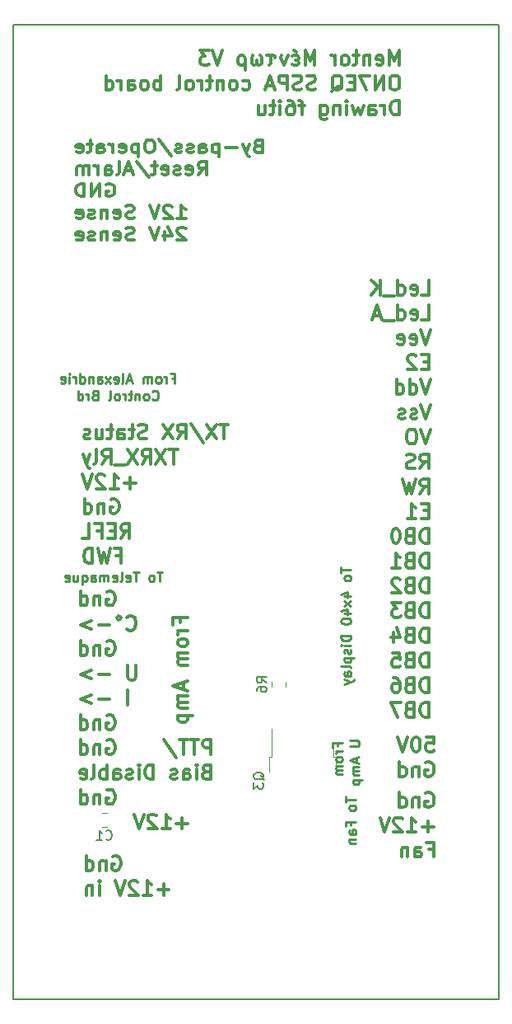
<source format=gbo>
G04 #@! TF.GenerationSoftware,KiCad,Pcbnew,(5.1.5)-3*
G04 #@! TF.CreationDate,2020-05-10T11:41:13+02:00*
G04 #@! TF.ProjectId,Mentor,4d656e74-6f72-42e6-9b69-6361645f7063,rev?*
G04 #@! TF.SameCoordinates,Original*
G04 #@! TF.FileFunction,Legend,Bot*
G04 #@! TF.FilePolarity,Positive*
%FSLAX46Y46*%
G04 Gerber Fmt 4.6, Leading zero omitted, Abs format (unit mm)*
G04 Created by KiCad (PCBNEW (5.1.5)-3) date 2020-05-10 11:41:13*
%MOMM*%
%LPD*%
G04 APERTURE LIST*
%ADD10C,0.300000*%
%ADD11C,0.150000*%
%ADD12C,0.250000*%
%ADD13C,0.120000*%
G04 APERTURE END LIST*
D10*
X67195000Y-38407142D02*
X66980714Y-38469047D01*
X66909285Y-38530952D01*
X66837857Y-38654761D01*
X66837857Y-38840476D01*
X66909285Y-38964285D01*
X66980714Y-39026190D01*
X67123571Y-39088095D01*
X67695000Y-39088095D01*
X67695000Y-37788095D01*
X67195000Y-37788095D01*
X67052142Y-37850000D01*
X66980714Y-37911904D01*
X66909285Y-38035714D01*
X66909285Y-38159523D01*
X66980714Y-38283333D01*
X67052142Y-38345238D01*
X67195000Y-38407142D01*
X67695000Y-38407142D01*
X66337857Y-38221428D02*
X65980714Y-39088095D01*
X65623571Y-38221428D02*
X65980714Y-39088095D01*
X66123571Y-39397619D01*
X66195000Y-39459523D01*
X66337857Y-39521428D01*
X65052142Y-38592857D02*
X63909285Y-38592857D01*
X63195000Y-38221428D02*
X63195000Y-39521428D01*
X63195000Y-38283333D02*
X63052142Y-38221428D01*
X62766428Y-38221428D01*
X62623571Y-38283333D01*
X62552142Y-38345238D01*
X62480714Y-38469047D01*
X62480714Y-38840476D01*
X62552142Y-38964285D01*
X62623571Y-39026190D01*
X62766428Y-39088095D01*
X63052142Y-39088095D01*
X63195000Y-39026190D01*
X61195000Y-39088095D02*
X61195000Y-38407142D01*
X61266428Y-38283333D01*
X61409285Y-38221428D01*
X61695000Y-38221428D01*
X61837857Y-38283333D01*
X61195000Y-39026190D02*
X61337857Y-39088095D01*
X61695000Y-39088095D01*
X61837857Y-39026190D01*
X61909285Y-38902380D01*
X61909285Y-38778571D01*
X61837857Y-38654761D01*
X61695000Y-38592857D01*
X61337857Y-38592857D01*
X61195000Y-38530952D01*
X60552142Y-39026190D02*
X60409285Y-39088095D01*
X60123571Y-39088095D01*
X59980714Y-39026190D01*
X59909285Y-38902380D01*
X59909285Y-38840476D01*
X59980714Y-38716666D01*
X60123571Y-38654761D01*
X60337857Y-38654761D01*
X60480714Y-38592857D01*
X60552142Y-38469047D01*
X60552142Y-38407142D01*
X60480714Y-38283333D01*
X60337857Y-38221428D01*
X60123571Y-38221428D01*
X59980714Y-38283333D01*
X59337857Y-39026190D02*
X59195000Y-39088095D01*
X58909285Y-39088095D01*
X58766428Y-39026190D01*
X58695000Y-38902380D01*
X58695000Y-38840476D01*
X58766428Y-38716666D01*
X58909285Y-38654761D01*
X59123571Y-38654761D01*
X59266428Y-38592857D01*
X59337857Y-38469047D01*
X59337857Y-38407142D01*
X59266428Y-38283333D01*
X59123571Y-38221428D01*
X58909285Y-38221428D01*
X58766428Y-38283333D01*
X56980714Y-37726190D02*
X58266428Y-39397619D01*
X56195000Y-37788095D02*
X55909285Y-37788095D01*
X55766428Y-37850000D01*
X55623571Y-37973809D01*
X55552142Y-38221428D01*
X55552142Y-38654761D01*
X55623571Y-38902380D01*
X55766428Y-39026190D01*
X55909285Y-39088095D01*
X56195000Y-39088095D01*
X56337857Y-39026190D01*
X56480714Y-38902380D01*
X56552142Y-38654761D01*
X56552142Y-38221428D01*
X56480714Y-37973809D01*
X56337857Y-37850000D01*
X56195000Y-37788095D01*
X54909285Y-38221428D02*
X54909285Y-39521428D01*
X54909285Y-38283333D02*
X54766428Y-38221428D01*
X54480714Y-38221428D01*
X54337857Y-38283333D01*
X54266428Y-38345238D01*
X54195000Y-38469047D01*
X54195000Y-38840476D01*
X54266428Y-38964285D01*
X54337857Y-39026190D01*
X54480714Y-39088095D01*
X54766428Y-39088095D01*
X54909285Y-39026190D01*
X52980714Y-39026190D02*
X53123571Y-39088095D01*
X53409285Y-39088095D01*
X53552142Y-39026190D01*
X53623571Y-38902380D01*
X53623571Y-38407142D01*
X53552142Y-38283333D01*
X53409285Y-38221428D01*
X53123571Y-38221428D01*
X52980714Y-38283333D01*
X52909285Y-38407142D01*
X52909285Y-38530952D01*
X53623571Y-38654761D01*
X52266428Y-39088095D02*
X52266428Y-38221428D01*
X52266428Y-38469047D02*
X52195000Y-38345238D01*
X52123571Y-38283333D01*
X51980714Y-38221428D01*
X51837857Y-38221428D01*
X50695000Y-39088095D02*
X50695000Y-38407142D01*
X50766428Y-38283333D01*
X50909285Y-38221428D01*
X51195000Y-38221428D01*
X51337857Y-38283333D01*
X50695000Y-39026190D02*
X50837857Y-39088095D01*
X51195000Y-39088095D01*
X51337857Y-39026190D01*
X51409285Y-38902380D01*
X51409285Y-38778571D01*
X51337857Y-38654761D01*
X51195000Y-38592857D01*
X50837857Y-38592857D01*
X50695000Y-38530952D01*
X50195000Y-38221428D02*
X49623571Y-38221428D01*
X49980714Y-37788095D02*
X49980714Y-38902380D01*
X49909285Y-39026190D01*
X49766428Y-39088095D01*
X49623571Y-39088095D01*
X48552142Y-39026190D02*
X48695000Y-39088095D01*
X48980714Y-39088095D01*
X49123571Y-39026190D01*
X49195000Y-38902380D01*
X49195000Y-38407142D01*
X49123571Y-38283333D01*
X48980714Y-38221428D01*
X48695000Y-38221428D01*
X48552142Y-38283333D01*
X48480714Y-38407142D01*
X48480714Y-38530952D01*
X49195000Y-38654761D01*
X61052142Y-41338095D02*
X61552142Y-40719047D01*
X61909285Y-41338095D02*
X61909285Y-40038095D01*
X61337857Y-40038095D01*
X61195000Y-40100000D01*
X61123571Y-40161904D01*
X61052142Y-40285714D01*
X61052142Y-40471428D01*
X61123571Y-40595238D01*
X61195000Y-40657142D01*
X61337857Y-40719047D01*
X61909285Y-40719047D01*
X59837857Y-41276190D02*
X59980714Y-41338095D01*
X60266428Y-41338095D01*
X60409285Y-41276190D01*
X60480714Y-41152380D01*
X60480714Y-40657142D01*
X60409285Y-40533333D01*
X60266428Y-40471428D01*
X59980714Y-40471428D01*
X59837857Y-40533333D01*
X59766428Y-40657142D01*
X59766428Y-40780952D01*
X60480714Y-40904761D01*
X59195000Y-41276190D02*
X59052142Y-41338095D01*
X58766428Y-41338095D01*
X58623571Y-41276190D01*
X58552142Y-41152380D01*
X58552142Y-41090476D01*
X58623571Y-40966666D01*
X58766428Y-40904761D01*
X58980714Y-40904761D01*
X59123571Y-40842857D01*
X59195000Y-40719047D01*
X59195000Y-40657142D01*
X59123571Y-40533333D01*
X58980714Y-40471428D01*
X58766428Y-40471428D01*
X58623571Y-40533333D01*
X57337857Y-41276190D02*
X57480714Y-41338095D01*
X57766428Y-41338095D01*
X57909285Y-41276190D01*
X57980714Y-41152380D01*
X57980714Y-40657142D01*
X57909285Y-40533333D01*
X57766428Y-40471428D01*
X57480714Y-40471428D01*
X57337857Y-40533333D01*
X57266428Y-40657142D01*
X57266428Y-40780952D01*
X57980714Y-40904761D01*
X56837857Y-40471428D02*
X56266428Y-40471428D01*
X56623571Y-40038095D02*
X56623571Y-41152380D01*
X56552142Y-41276190D01*
X56409285Y-41338095D01*
X56266428Y-41338095D01*
X54695000Y-39976190D02*
X55980714Y-41647619D01*
X54266428Y-40966666D02*
X53552142Y-40966666D01*
X54409285Y-41338095D02*
X53909285Y-40038095D01*
X53409285Y-41338095D01*
X52695000Y-41338095D02*
X52837857Y-41276190D01*
X52909285Y-41152380D01*
X52909285Y-40038095D01*
X51480714Y-41338095D02*
X51480714Y-40657142D01*
X51552142Y-40533333D01*
X51695000Y-40471428D01*
X51980714Y-40471428D01*
X52123571Y-40533333D01*
X51480714Y-41276190D02*
X51623571Y-41338095D01*
X51980714Y-41338095D01*
X52123571Y-41276190D01*
X52195000Y-41152380D01*
X52195000Y-41028571D01*
X52123571Y-40904761D01*
X51980714Y-40842857D01*
X51623571Y-40842857D01*
X51480714Y-40780952D01*
X50766428Y-41338095D02*
X50766428Y-40471428D01*
X50766428Y-40719047D02*
X50695000Y-40595238D01*
X50623571Y-40533333D01*
X50480714Y-40471428D01*
X50337857Y-40471428D01*
X49837857Y-41338095D02*
X49837857Y-40471428D01*
X49837857Y-40595238D02*
X49766428Y-40533333D01*
X49623571Y-40471428D01*
X49409285Y-40471428D01*
X49266428Y-40533333D01*
X49195000Y-40657142D01*
X49195000Y-41338095D01*
X49195000Y-40657142D02*
X49123571Y-40533333D01*
X48980714Y-40471428D01*
X48766428Y-40471428D01*
X48623571Y-40533333D01*
X48552142Y-40657142D01*
X48552142Y-41338095D01*
X51623571Y-42350000D02*
X51766428Y-42288095D01*
X51980714Y-42288095D01*
X52195000Y-42350000D01*
X52337857Y-42473809D01*
X52409285Y-42597619D01*
X52480714Y-42845238D01*
X52480714Y-43030952D01*
X52409285Y-43278571D01*
X52337857Y-43402380D01*
X52195000Y-43526190D01*
X51980714Y-43588095D01*
X51837857Y-43588095D01*
X51623571Y-43526190D01*
X51552142Y-43464285D01*
X51552142Y-43030952D01*
X51837857Y-43030952D01*
X50909285Y-43588095D02*
X50909285Y-42288095D01*
X50052142Y-43588095D01*
X50052142Y-42288095D01*
X49337857Y-43588095D02*
X49337857Y-42288095D01*
X48980714Y-42288095D01*
X48766428Y-42350000D01*
X48623571Y-42473809D01*
X48552142Y-42597619D01*
X48480714Y-42845238D01*
X48480714Y-43030952D01*
X48552142Y-43278571D01*
X48623571Y-43402380D01*
X48766428Y-43526190D01*
X48980714Y-43588095D01*
X49337857Y-43588095D01*
X58909285Y-45838095D02*
X59766428Y-45838095D01*
X59337857Y-45838095D02*
X59337857Y-44538095D01*
X59480714Y-44723809D01*
X59623571Y-44847619D01*
X59766428Y-44909523D01*
X58337857Y-44661904D02*
X58266428Y-44600000D01*
X58123571Y-44538095D01*
X57766428Y-44538095D01*
X57623571Y-44600000D01*
X57552142Y-44661904D01*
X57480714Y-44785714D01*
X57480714Y-44909523D01*
X57552142Y-45095238D01*
X58409285Y-45838095D01*
X57480714Y-45838095D01*
X57052142Y-44538095D02*
X56552142Y-45838095D01*
X56052142Y-44538095D01*
X54480714Y-45776190D02*
X54266428Y-45838095D01*
X53909285Y-45838095D01*
X53766428Y-45776190D01*
X53695000Y-45714285D01*
X53623571Y-45590476D01*
X53623571Y-45466666D01*
X53695000Y-45342857D01*
X53766428Y-45280952D01*
X53909285Y-45219047D01*
X54195000Y-45157142D01*
X54337857Y-45095238D01*
X54409285Y-45033333D01*
X54480714Y-44909523D01*
X54480714Y-44785714D01*
X54409285Y-44661904D01*
X54337857Y-44600000D01*
X54195000Y-44538095D01*
X53837857Y-44538095D01*
X53623571Y-44600000D01*
X52409285Y-45776190D02*
X52552142Y-45838095D01*
X52837857Y-45838095D01*
X52980714Y-45776190D01*
X53052142Y-45652380D01*
X53052142Y-45157142D01*
X52980714Y-45033333D01*
X52837857Y-44971428D01*
X52552142Y-44971428D01*
X52409285Y-45033333D01*
X52337857Y-45157142D01*
X52337857Y-45280952D01*
X53052142Y-45404761D01*
X51695000Y-44971428D02*
X51695000Y-45838095D01*
X51695000Y-45095238D02*
X51623571Y-45033333D01*
X51480714Y-44971428D01*
X51266428Y-44971428D01*
X51123571Y-45033333D01*
X51052142Y-45157142D01*
X51052142Y-45838095D01*
X50409285Y-45776190D02*
X50266428Y-45838095D01*
X49980714Y-45838095D01*
X49837857Y-45776190D01*
X49766428Y-45652380D01*
X49766428Y-45590476D01*
X49837857Y-45466666D01*
X49980714Y-45404761D01*
X50195000Y-45404761D01*
X50337857Y-45342857D01*
X50409285Y-45219047D01*
X50409285Y-45157142D01*
X50337857Y-45033333D01*
X50195000Y-44971428D01*
X49980714Y-44971428D01*
X49837857Y-45033333D01*
X48552142Y-45776190D02*
X48695000Y-45838095D01*
X48980714Y-45838095D01*
X49123571Y-45776190D01*
X49195000Y-45652380D01*
X49195000Y-45157142D01*
X49123571Y-45033333D01*
X48980714Y-44971428D01*
X48695000Y-44971428D01*
X48552142Y-45033333D01*
X48480714Y-45157142D01*
X48480714Y-45280952D01*
X49195000Y-45404761D01*
X59766428Y-46911904D02*
X59695000Y-46850000D01*
X59552142Y-46788095D01*
X59195000Y-46788095D01*
X59052142Y-46850000D01*
X58980714Y-46911904D01*
X58909285Y-47035714D01*
X58909285Y-47159523D01*
X58980714Y-47345238D01*
X59837857Y-48088095D01*
X58909285Y-48088095D01*
X57623571Y-47221428D02*
X57623571Y-48088095D01*
X57980714Y-46726190D02*
X58337857Y-47654761D01*
X57409285Y-47654761D01*
X57052142Y-46788095D02*
X56552142Y-48088095D01*
X56052142Y-46788095D01*
X54480714Y-48026190D02*
X54266428Y-48088095D01*
X53909285Y-48088095D01*
X53766428Y-48026190D01*
X53695000Y-47964285D01*
X53623571Y-47840476D01*
X53623571Y-47716666D01*
X53695000Y-47592857D01*
X53766428Y-47530952D01*
X53909285Y-47469047D01*
X54195000Y-47407142D01*
X54337857Y-47345238D01*
X54409285Y-47283333D01*
X54480714Y-47159523D01*
X54480714Y-47035714D01*
X54409285Y-46911904D01*
X54337857Y-46850000D01*
X54195000Y-46788095D01*
X53837857Y-46788095D01*
X53623571Y-46850000D01*
X52409285Y-48026190D02*
X52552142Y-48088095D01*
X52837857Y-48088095D01*
X52980714Y-48026190D01*
X53052142Y-47902380D01*
X53052142Y-47407142D01*
X52980714Y-47283333D01*
X52837857Y-47221428D01*
X52552142Y-47221428D01*
X52409285Y-47283333D01*
X52337857Y-47407142D01*
X52337857Y-47530952D01*
X53052142Y-47654761D01*
X51695000Y-47221428D02*
X51695000Y-48088095D01*
X51695000Y-47345238D02*
X51623571Y-47283333D01*
X51480714Y-47221428D01*
X51266428Y-47221428D01*
X51123571Y-47283333D01*
X51052142Y-47407142D01*
X51052142Y-48088095D01*
X50409285Y-48026190D02*
X50266428Y-48088095D01*
X49980714Y-48088095D01*
X49837857Y-48026190D01*
X49766428Y-47902380D01*
X49766428Y-47840476D01*
X49837857Y-47716666D01*
X49980714Y-47654761D01*
X50195000Y-47654761D01*
X50337857Y-47592857D01*
X50409285Y-47469047D01*
X50409285Y-47407142D01*
X50337857Y-47283333D01*
X50195000Y-47221428D01*
X49980714Y-47221428D01*
X49837857Y-47283333D01*
X48552142Y-48026190D02*
X48695000Y-48088095D01*
X48980714Y-48088095D01*
X49123571Y-48026190D01*
X49195000Y-47902380D01*
X49195000Y-47407142D01*
X49123571Y-47283333D01*
X48980714Y-47221428D01*
X48695000Y-47221428D01*
X48552142Y-47283333D01*
X48480714Y-47407142D01*
X48480714Y-47530952D01*
X49195000Y-47654761D01*
D11*
X92000000Y-26000000D02*
X92000000Y-126000000D01*
D12*
X75752380Y-81676190D02*
X75752380Y-82247619D01*
X76752380Y-81961904D02*
X75752380Y-81961904D01*
X76752380Y-82723809D02*
X76704761Y-82628571D01*
X76657142Y-82580952D01*
X76561904Y-82533333D01*
X76276190Y-82533333D01*
X76180952Y-82580952D01*
X76133333Y-82628571D01*
X76085714Y-82723809D01*
X76085714Y-82866666D01*
X76133333Y-82961904D01*
X76180952Y-83009523D01*
X76276190Y-83057142D01*
X76561904Y-83057142D01*
X76657142Y-83009523D01*
X76704761Y-82961904D01*
X76752380Y-82866666D01*
X76752380Y-82723809D01*
X76085714Y-84676190D02*
X76752380Y-84676190D01*
X75704761Y-84438095D02*
X76419047Y-84200000D01*
X76419047Y-84819047D01*
X76752380Y-85104761D02*
X76085714Y-85628571D01*
X76085714Y-85104761D02*
X76752380Y-85628571D01*
X76085714Y-86438095D02*
X76752380Y-86438095D01*
X75704761Y-86199999D02*
X76419047Y-85961904D01*
X76419047Y-86580952D01*
X75752380Y-87152380D02*
X75752380Y-87247619D01*
X75800000Y-87342857D01*
X75847619Y-87390476D01*
X75942857Y-87438095D01*
X76133333Y-87485714D01*
X76371428Y-87485714D01*
X76561904Y-87438095D01*
X76657142Y-87390476D01*
X76704761Y-87342857D01*
X76752380Y-87247619D01*
X76752380Y-87152380D01*
X76704761Y-87057142D01*
X76657142Y-87009523D01*
X76561904Y-86961904D01*
X76371428Y-86914285D01*
X76133333Y-86914285D01*
X75942857Y-86961904D01*
X75847619Y-87009523D01*
X75800000Y-87057142D01*
X75752380Y-87152380D01*
X76752380Y-88676190D02*
X75752380Y-88676190D01*
X75752380Y-88914285D01*
X75800000Y-89057142D01*
X75895238Y-89152380D01*
X75990476Y-89200000D01*
X76180952Y-89247619D01*
X76323809Y-89247619D01*
X76514285Y-89200000D01*
X76609523Y-89152380D01*
X76704761Y-89057142D01*
X76752380Y-88914285D01*
X76752380Y-88676190D01*
X76752380Y-89676190D02*
X76085714Y-89676190D01*
X75752380Y-89676190D02*
X75800000Y-89628571D01*
X75847619Y-89676190D01*
X75800000Y-89723809D01*
X75752380Y-89676190D01*
X75847619Y-89676190D01*
X76704761Y-90104761D02*
X76752380Y-90200000D01*
X76752380Y-90390476D01*
X76704761Y-90485714D01*
X76609523Y-90533333D01*
X76561904Y-90533333D01*
X76466666Y-90485714D01*
X76419047Y-90390476D01*
X76419047Y-90247619D01*
X76371428Y-90152380D01*
X76276190Y-90104761D01*
X76228571Y-90104761D01*
X76133333Y-90152380D01*
X76085714Y-90247619D01*
X76085714Y-90390476D01*
X76133333Y-90485714D01*
X76085714Y-90961904D02*
X77085714Y-90961904D01*
X76133333Y-90961904D02*
X76085714Y-91057142D01*
X76085714Y-91247619D01*
X76133333Y-91342857D01*
X76180952Y-91390476D01*
X76276190Y-91438095D01*
X76561904Y-91438095D01*
X76657142Y-91390476D01*
X76704761Y-91342857D01*
X76752380Y-91247619D01*
X76752380Y-91057142D01*
X76704761Y-90961904D01*
X76752380Y-92009523D02*
X76704761Y-91914285D01*
X76609523Y-91866666D01*
X75752380Y-91866666D01*
X76752380Y-92819047D02*
X76228571Y-92819047D01*
X76133333Y-92771428D01*
X76085714Y-92676190D01*
X76085714Y-92485714D01*
X76133333Y-92390476D01*
X76704761Y-92819047D02*
X76752380Y-92723809D01*
X76752380Y-92485714D01*
X76704761Y-92390476D01*
X76609523Y-92342857D01*
X76514285Y-92342857D01*
X76419047Y-92390476D01*
X76371428Y-92485714D01*
X76371428Y-92723809D01*
X76323809Y-92819047D01*
X76085714Y-93199999D02*
X76752380Y-93438095D01*
X76085714Y-93676190D02*
X76752380Y-93438095D01*
X76990476Y-93342857D01*
X77038095Y-93295238D01*
X77085714Y-93199999D01*
X75353571Y-100033333D02*
X75353571Y-99700000D01*
X75877380Y-99700000D02*
X74877380Y-99700000D01*
X74877380Y-100176190D01*
X75877380Y-100557142D02*
X75210714Y-100557142D01*
X75401190Y-100557142D02*
X75305952Y-100604761D01*
X75258333Y-100652380D01*
X75210714Y-100747619D01*
X75210714Y-100842857D01*
X75877380Y-101319047D02*
X75829761Y-101223809D01*
X75782142Y-101176190D01*
X75686904Y-101128571D01*
X75401190Y-101128571D01*
X75305952Y-101176190D01*
X75258333Y-101223809D01*
X75210714Y-101319047D01*
X75210714Y-101461904D01*
X75258333Y-101557142D01*
X75305952Y-101604761D01*
X75401190Y-101652380D01*
X75686904Y-101652380D01*
X75782142Y-101604761D01*
X75829761Y-101557142D01*
X75877380Y-101461904D01*
X75877380Y-101319047D01*
X75877380Y-102080952D02*
X75210714Y-102080952D01*
X75305952Y-102080952D02*
X75258333Y-102128571D01*
X75210714Y-102223809D01*
X75210714Y-102366666D01*
X75258333Y-102461904D01*
X75353571Y-102509523D01*
X75877380Y-102509523D01*
X75353571Y-102509523D02*
X75258333Y-102557142D01*
X75210714Y-102652380D01*
X75210714Y-102795238D01*
X75258333Y-102890476D01*
X75353571Y-102938095D01*
X75877380Y-102938095D01*
X76627380Y-99485714D02*
X77436904Y-99485714D01*
X77532142Y-99533333D01*
X77579761Y-99580952D01*
X77627380Y-99676190D01*
X77627380Y-99866666D01*
X77579761Y-99961904D01*
X77532142Y-100009523D01*
X77436904Y-100057142D01*
X76627380Y-100057142D01*
X77341666Y-101247619D02*
X77341666Y-101723809D01*
X77627380Y-101152380D02*
X76627380Y-101485714D01*
X77627380Y-101819047D01*
X77627380Y-102152380D02*
X76960714Y-102152380D01*
X77055952Y-102152380D02*
X77008333Y-102200000D01*
X76960714Y-102295238D01*
X76960714Y-102438095D01*
X77008333Y-102533333D01*
X77103571Y-102580952D01*
X77627380Y-102580952D01*
X77103571Y-102580952D02*
X77008333Y-102628571D01*
X76960714Y-102723809D01*
X76960714Y-102866666D01*
X77008333Y-102961904D01*
X77103571Y-103009523D01*
X77627380Y-103009523D01*
X76960714Y-103485714D02*
X77960714Y-103485714D01*
X77008333Y-103485714D02*
X76960714Y-103580952D01*
X76960714Y-103771428D01*
X77008333Y-103866666D01*
X77055952Y-103914285D01*
X77151190Y-103961904D01*
X77436904Y-103961904D01*
X77532142Y-103914285D01*
X77579761Y-103866666D01*
X77627380Y-103771428D01*
X77627380Y-103580952D01*
X77579761Y-103485714D01*
X76252380Y-105247619D02*
X76252380Y-105819047D01*
X77252380Y-105533333D02*
X76252380Y-105533333D01*
X77252380Y-106295238D02*
X77204761Y-106200000D01*
X77157142Y-106152380D01*
X77061904Y-106104761D01*
X76776190Y-106104761D01*
X76680952Y-106152380D01*
X76633333Y-106200000D01*
X76585714Y-106295238D01*
X76585714Y-106438095D01*
X76633333Y-106533333D01*
X76680952Y-106580952D01*
X76776190Y-106628571D01*
X77061904Y-106628571D01*
X77157142Y-106580952D01*
X77204761Y-106533333D01*
X77252380Y-106438095D01*
X77252380Y-106295238D01*
X76728571Y-108152380D02*
X76728571Y-107819047D01*
X77252380Y-107819047D02*
X76252380Y-107819047D01*
X76252380Y-108295238D01*
X77252380Y-109104761D02*
X76728571Y-109104761D01*
X76633333Y-109057142D01*
X76585714Y-108961904D01*
X76585714Y-108771428D01*
X76633333Y-108676190D01*
X77204761Y-109104761D02*
X77252380Y-109009523D01*
X77252380Y-108771428D01*
X77204761Y-108676190D01*
X77109523Y-108628571D01*
X77014285Y-108628571D01*
X76919047Y-108676190D01*
X76871428Y-108771428D01*
X76871428Y-109009523D01*
X76823809Y-109104761D01*
X76585714Y-109580952D02*
X77252380Y-109580952D01*
X76680952Y-109580952D02*
X76633333Y-109628571D01*
X76585714Y-109723809D01*
X76585714Y-109866666D01*
X76633333Y-109961904D01*
X76728571Y-110009523D01*
X77252380Y-110009523D01*
X57371428Y-82152380D02*
X56800000Y-82152380D01*
X57085714Y-83152380D02*
X57085714Y-82152380D01*
X56323809Y-83152380D02*
X56419047Y-83104761D01*
X56466666Y-83057142D01*
X56514285Y-82961904D01*
X56514285Y-82676190D01*
X56466666Y-82580952D01*
X56419047Y-82533333D01*
X56323809Y-82485714D01*
X56180952Y-82485714D01*
X56085714Y-82533333D01*
X56038095Y-82580952D01*
X55990476Y-82676190D01*
X55990476Y-82961904D01*
X56038095Y-83057142D01*
X56085714Y-83104761D01*
X56180952Y-83152380D01*
X56323809Y-83152380D01*
X54942857Y-82152380D02*
X54371428Y-82152380D01*
X54657142Y-83152380D02*
X54657142Y-82152380D01*
X53657142Y-83104761D02*
X53752380Y-83152380D01*
X53942857Y-83152380D01*
X54038095Y-83104761D01*
X54085714Y-83009523D01*
X54085714Y-82628571D01*
X54038095Y-82533333D01*
X53942857Y-82485714D01*
X53752380Y-82485714D01*
X53657142Y-82533333D01*
X53609523Y-82628571D01*
X53609523Y-82723809D01*
X54085714Y-82819047D01*
X53038095Y-83152380D02*
X53133333Y-83104761D01*
X53180952Y-83009523D01*
X53180952Y-82152380D01*
X52276190Y-83104761D02*
X52371428Y-83152380D01*
X52561904Y-83152380D01*
X52657142Y-83104761D01*
X52704761Y-83009523D01*
X52704761Y-82628571D01*
X52657142Y-82533333D01*
X52561904Y-82485714D01*
X52371428Y-82485714D01*
X52276190Y-82533333D01*
X52228571Y-82628571D01*
X52228571Y-82723809D01*
X52704761Y-82819047D01*
X51800000Y-83152380D02*
X51800000Y-82485714D01*
X51800000Y-82580952D02*
X51752380Y-82533333D01*
X51657142Y-82485714D01*
X51514285Y-82485714D01*
X51419047Y-82533333D01*
X51371428Y-82628571D01*
X51371428Y-83152380D01*
X51371428Y-82628571D02*
X51323809Y-82533333D01*
X51228571Y-82485714D01*
X51085714Y-82485714D01*
X50990476Y-82533333D01*
X50942857Y-82628571D01*
X50942857Y-83152380D01*
X50038095Y-83152380D02*
X50038095Y-82628571D01*
X50085714Y-82533333D01*
X50180952Y-82485714D01*
X50371428Y-82485714D01*
X50466666Y-82533333D01*
X50038095Y-83104761D02*
X50133333Y-83152380D01*
X50371428Y-83152380D01*
X50466666Y-83104761D01*
X50514285Y-83009523D01*
X50514285Y-82914285D01*
X50466666Y-82819047D01*
X50371428Y-82771428D01*
X50133333Y-82771428D01*
X50038095Y-82723809D01*
X49133333Y-82485714D02*
X49133333Y-83485714D01*
X49133333Y-83104761D02*
X49228571Y-83152380D01*
X49419047Y-83152380D01*
X49514285Y-83104761D01*
X49561904Y-83057142D01*
X49609523Y-82961904D01*
X49609523Y-82676190D01*
X49561904Y-82580952D01*
X49514285Y-82533333D01*
X49419047Y-82485714D01*
X49228571Y-82485714D01*
X49133333Y-82533333D01*
X48228571Y-82485714D02*
X48228571Y-83152380D01*
X48657142Y-82485714D02*
X48657142Y-83009523D01*
X48609523Y-83104761D01*
X48514285Y-83152380D01*
X48371428Y-83152380D01*
X48276190Y-83104761D01*
X48228571Y-83057142D01*
X47371428Y-83104761D02*
X47466666Y-83152380D01*
X47657142Y-83152380D01*
X47752380Y-83104761D01*
X47800000Y-83009523D01*
X47800000Y-82628571D01*
X47752380Y-82533333D01*
X47657142Y-82485714D01*
X47466666Y-82485714D01*
X47371428Y-82533333D01*
X47323809Y-82628571D01*
X47323809Y-82723809D01*
X47800000Y-82819047D01*
D10*
X81697857Y-30128571D02*
X81697857Y-28628571D01*
X81197857Y-29700000D01*
X80697857Y-28628571D01*
X80697857Y-30128571D01*
X79412142Y-30057142D02*
X79555000Y-30128571D01*
X79840714Y-30128571D01*
X79983571Y-30057142D01*
X80055000Y-29914285D01*
X80055000Y-29342857D01*
X79983571Y-29200000D01*
X79840714Y-29128571D01*
X79555000Y-29128571D01*
X79412142Y-29200000D01*
X79340714Y-29342857D01*
X79340714Y-29485714D01*
X80055000Y-29628571D01*
X78697857Y-29128571D02*
X78697857Y-30128571D01*
X78697857Y-29271428D02*
X78626428Y-29200000D01*
X78483571Y-29128571D01*
X78269285Y-29128571D01*
X78126428Y-29200000D01*
X78055000Y-29342857D01*
X78055000Y-30128571D01*
X77555000Y-29128571D02*
X76983571Y-29128571D01*
X77340714Y-28628571D02*
X77340714Y-29914285D01*
X77269285Y-30057142D01*
X77126428Y-30128571D01*
X76983571Y-30128571D01*
X76269285Y-30128571D02*
X76412142Y-30057142D01*
X76483571Y-29985714D01*
X76555000Y-29842857D01*
X76555000Y-29414285D01*
X76483571Y-29271428D01*
X76412142Y-29200000D01*
X76269285Y-29128571D01*
X76055000Y-29128571D01*
X75912142Y-29200000D01*
X75840714Y-29271428D01*
X75769285Y-29414285D01*
X75769285Y-29842857D01*
X75840714Y-29985714D01*
X75912142Y-30057142D01*
X76055000Y-30128571D01*
X76269285Y-30128571D01*
X75126428Y-30128571D02*
X75126428Y-29128571D01*
X75126428Y-29414285D02*
X75055000Y-29271428D01*
X74983571Y-29200000D01*
X74840714Y-29128571D01*
X74697857Y-29128571D01*
X73055000Y-30128571D02*
X73055000Y-28628571D01*
X72555000Y-29700000D01*
X72055000Y-28628571D01*
X72055000Y-30128571D01*
X71197857Y-29628571D02*
X71340714Y-29700000D01*
X71412142Y-29842857D01*
X71412142Y-29914285D01*
X71340714Y-30057142D01*
X71197857Y-30128571D01*
X70912142Y-30128571D01*
X70769285Y-30057142D01*
X71055000Y-29628571D02*
X71197857Y-29628571D01*
X71340714Y-29557142D01*
X71412142Y-29414285D01*
X71412142Y-29342857D01*
X71340714Y-29200000D01*
X71197857Y-29128571D01*
X70912142Y-29128571D01*
X70769285Y-29200000D01*
X70912142Y-28557142D02*
X71126428Y-28771428D01*
X70269285Y-29128571D02*
X69912142Y-30128571D01*
X69555000Y-29342857D01*
X69555000Y-29271428D01*
X69626428Y-29128571D01*
X68983571Y-29342857D02*
X68912142Y-29200000D01*
X68769285Y-29128571D01*
X68126428Y-29128571D01*
X68555000Y-29128571D02*
X68555000Y-29914285D01*
X68483571Y-30057142D01*
X68340714Y-30128571D01*
X67055000Y-29628571D02*
X67055000Y-29914285D01*
X67412142Y-29128571D02*
X67483571Y-29200000D01*
X67555000Y-29342857D01*
X67555000Y-29914285D01*
X67483571Y-30057142D01*
X67340714Y-30128571D01*
X67269285Y-30128571D01*
X67126428Y-30057142D01*
X67055000Y-29914285D01*
X66983571Y-30057142D01*
X66840714Y-30128571D01*
X66769285Y-30128571D01*
X66626428Y-30057142D01*
X66555000Y-29914285D01*
X66555000Y-29342857D01*
X66626428Y-29200000D01*
X66697857Y-29128571D01*
X65912142Y-30628571D02*
X65912142Y-29414285D01*
X65840714Y-29271428D01*
X65769285Y-29200000D01*
X65626428Y-29128571D01*
X65412142Y-29128571D01*
X65269285Y-29200000D01*
X65197857Y-29271428D01*
X65126428Y-29414285D01*
X65126428Y-29842857D01*
X65197857Y-29985714D01*
X65269285Y-30057142D01*
X65412142Y-30128571D01*
X65626428Y-30128571D01*
X65769285Y-30057142D01*
X65912142Y-29914285D01*
X63555000Y-28628571D02*
X63055000Y-30128571D01*
X62555000Y-28628571D01*
X62197857Y-28628571D02*
X61269285Y-28628571D01*
X61769285Y-29200000D01*
X61555000Y-29200000D01*
X61412142Y-29271428D01*
X61340714Y-29342857D01*
X61269285Y-29485714D01*
X61269285Y-29842857D01*
X61340714Y-29985714D01*
X61412142Y-30057142D01*
X61555000Y-30128571D01*
X61983571Y-30128571D01*
X62126428Y-30057142D01*
X62197857Y-29985714D01*
X81412142Y-31178571D02*
X81126428Y-31178571D01*
X80983571Y-31250000D01*
X80840714Y-31392857D01*
X80769285Y-31678571D01*
X80769285Y-32178571D01*
X80840714Y-32464285D01*
X80983571Y-32607142D01*
X81126428Y-32678571D01*
X81412142Y-32678571D01*
X81555000Y-32607142D01*
X81697857Y-32464285D01*
X81769285Y-32178571D01*
X81769285Y-31678571D01*
X81697857Y-31392857D01*
X81555000Y-31250000D01*
X81412142Y-31178571D01*
X80126428Y-32678571D02*
X80126428Y-31178571D01*
X79269285Y-32678571D01*
X79269285Y-31178571D01*
X78697857Y-31178571D02*
X77697857Y-31178571D01*
X78340714Y-32678571D01*
X77126428Y-31892857D02*
X76626428Y-31892857D01*
X76412142Y-32678571D02*
X77126428Y-32678571D01*
X77126428Y-31178571D01*
X76412142Y-31178571D01*
X74769285Y-32821428D02*
X74912142Y-32750000D01*
X75055000Y-32607142D01*
X75269285Y-32392857D01*
X75412142Y-32321428D01*
X75555000Y-32321428D01*
X75483571Y-32678571D02*
X75626428Y-32607142D01*
X75769285Y-32464285D01*
X75840714Y-32178571D01*
X75840714Y-31678571D01*
X75769285Y-31392857D01*
X75626428Y-31250000D01*
X75483571Y-31178571D01*
X75197857Y-31178571D01*
X75055000Y-31250000D01*
X74912142Y-31392857D01*
X74840714Y-31678571D01*
X74840714Y-32178571D01*
X74912142Y-32464285D01*
X75055000Y-32607142D01*
X75197857Y-32678571D01*
X75483571Y-32678571D01*
X73126428Y-32607142D02*
X72912142Y-32678571D01*
X72555000Y-32678571D01*
X72412142Y-32607142D01*
X72340714Y-32535714D01*
X72269285Y-32392857D01*
X72269285Y-32250000D01*
X72340714Y-32107142D01*
X72412142Y-32035714D01*
X72555000Y-31964285D01*
X72840714Y-31892857D01*
X72983571Y-31821428D01*
X73055000Y-31750000D01*
X73126428Y-31607142D01*
X73126428Y-31464285D01*
X73055000Y-31321428D01*
X72983571Y-31250000D01*
X72840714Y-31178571D01*
X72483571Y-31178571D01*
X72269285Y-31250000D01*
X71697857Y-32607142D02*
X71483571Y-32678571D01*
X71126428Y-32678571D01*
X70983571Y-32607142D01*
X70912142Y-32535714D01*
X70840714Y-32392857D01*
X70840714Y-32250000D01*
X70912142Y-32107142D01*
X70983571Y-32035714D01*
X71126428Y-31964285D01*
X71412142Y-31892857D01*
X71555000Y-31821428D01*
X71626428Y-31750000D01*
X71697857Y-31607142D01*
X71697857Y-31464285D01*
X71626428Y-31321428D01*
X71555000Y-31250000D01*
X71412142Y-31178571D01*
X71055000Y-31178571D01*
X70840714Y-31250000D01*
X70197857Y-32678571D02*
X70197857Y-31178571D01*
X69626428Y-31178571D01*
X69483571Y-31250000D01*
X69412142Y-31321428D01*
X69340714Y-31464285D01*
X69340714Y-31678571D01*
X69412142Y-31821428D01*
X69483571Y-31892857D01*
X69626428Y-31964285D01*
X70197857Y-31964285D01*
X68769285Y-32250000D02*
X68055000Y-32250000D01*
X68912142Y-32678571D02*
X68412142Y-31178571D01*
X67912142Y-32678571D01*
X65626428Y-32607142D02*
X65769285Y-32678571D01*
X66055000Y-32678571D01*
X66197857Y-32607142D01*
X66269285Y-32535714D01*
X66340714Y-32392857D01*
X66340714Y-31964285D01*
X66269285Y-31821428D01*
X66197857Y-31750000D01*
X66055000Y-31678571D01*
X65769285Y-31678571D01*
X65626428Y-31750000D01*
X64769285Y-32678571D02*
X64912142Y-32607142D01*
X64983571Y-32535714D01*
X65055000Y-32392857D01*
X65055000Y-31964285D01*
X64983571Y-31821428D01*
X64912142Y-31750000D01*
X64769285Y-31678571D01*
X64555000Y-31678571D01*
X64412142Y-31750000D01*
X64340714Y-31821428D01*
X64269285Y-31964285D01*
X64269285Y-32392857D01*
X64340714Y-32535714D01*
X64412142Y-32607142D01*
X64555000Y-32678571D01*
X64769285Y-32678571D01*
X63626428Y-31678571D02*
X63626428Y-32678571D01*
X63626428Y-31821428D02*
X63555000Y-31750000D01*
X63412142Y-31678571D01*
X63197857Y-31678571D01*
X63055000Y-31750000D01*
X62983571Y-31892857D01*
X62983571Y-32678571D01*
X62483571Y-31678571D02*
X61912142Y-31678571D01*
X62269285Y-31178571D02*
X62269285Y-32464285D01*
X62197857Y-32607142D01*
X62055000Y-32678571D01*
X61912142Y-32678571D01*
X61412142Y-32678571D02*
X61412142Y-31678571D01*
X61412142Y-31964285D02*
X61340714Y-31821428D01*
X61269285Y-31750000D01*
X61126428Y-31678571D01*
X60983571Y-31678571D01*
X60269285Y-32678571D02*
X60412142Y-32607142D01*
X60483571Y-32535714D01*
X60555000Y-32392857D01*
X60555000Y-31964285D01*
X60483571Y-31821428D01*
X60412142Y-31750000D01*
X60269285Y-31678571D01*
X60055000Y-31678571D01*
X59912142Y-31750000D01*
X59840714Y-31821428D01*
X59769285Y-31964285D01*
X59769285Y-32392857D01*
X59840714Y-32535714D01*
X59912142Y-32607142D01*
X60055000Y-32678571D01*
X60269285Y-32678571D01*
X58912142Y-32678571D02*
X59055000Y-32607142D01*
X59126428Y-32464285D01*
X59126428Y-31178571D01*
X57197857Y-32678571D02*
X57197857Y-31178571D01*
X57197857Y-31750000D02*
X57055000Y-31678571D01*
X56769285Y-31678571D01*
X56626428Y-31750000D01*
X56555000Y-31821428D01*
X56483571Y-31964285D01*
X56483571Y-32392857D01*
X56555000Y-32535714D01*
X56626428Y-32607142D01*
X56769285Y-32678571D01*
X57055000Y-32678571D01*
X57197857Y-32607142D01*
X55626428Y-32678571D02*
X55769285Y-32607142D01*
X55840714Y-32535714D01*
X55912142Y-32392857D01*
X55912142Y-31964285D01*
X55840714Y-31821428D01*
X55769285Y-31750000D01*
X55626428Y-31678571D01*
X55412142Y-31678571D01*
X55269285Y-31750000D01*
X55197857Y-31821428D01*
X55126428Y-31964285D01*
X55126428Y-32392857D01*
X55197857Y-32535714D01*
X55269285Y-32607142D01*
X55412142Y-32678571D01*
X55626428Y-32678571D01*
X53840714Y-32678571D02*
X53840714Y-31892857D01*
X53912142Y-31750000D01*
X54055000Y-31678571D01*
X54340714Y-31678571D01*
X54483571Y-31750000D01*
X53840714Y-32607142D02*
X53983571Y-32678571D01*
X54340714Y-32678571D01*
X54483571Y-32607142D01*
X54555000Y-32464285D01*
X54555000Y-32321428D01*
X54483571Y-32178571D01*
X54340714Y-32107142D01*
X53983571Y-32107142D01*
X53840714Y-32035714D01*
X53126428Y-32678571D02*
X53126428Y-31678571D01*
X53126428Y-31964285D02*
X53055000Y-31821428D01*
X52983571Y-31750000D01*
X52840714Y-31678571D01*
X52697857Y-31678571D01*
X51555000Y-32678571D02*
X51555000Y-31178571D01*
X51555000Y-32607142D02*
X51697857Y-32678571D01*
X51983571Y-32678571D01*
X52126428Y-32607142D01*
X52197857Y-32535714D01*
X52269285Y-32392857D01*
X52269285Y-31964285D01*
X52197857Y-31821428D01*
X52126428Y-31750000D01*
X51983571Y-31678571D01*
X51697857Y-31678571D01*
X51555000Y-31750000D01*
X81697857Y-35228571D02*
X81697857Y-33728571D01*
X81340714Y-33728571D01*
X81126428Y-33800000D01*
X80983571Y-33942857D01*
X80912142Y-34085714D01*
X80840714Y-34371428D01*
X80840714Y-34585714D01*
X80912142Y-34871428D01*
X80983571Y-35014285D01*
X81126428Y-35157142D01*
X81340714Y-35228571D01*
X81697857Y-35228571D01*
X80197857Y-35228571D02*
X80197857Y-34228571D01*
X80197857Y-34514285D02*
X80126428Y-34371428D01*
X80055000Y-34300000D01*
X79912142Y-34228571D01*
X79769285Y-34228571D01*
X78626428Y-35228571D02*
X78626428Y-34442857D01*
X78697857Y-34300000D01*
X78840714Y-34228571D01*
X79126428Y-34228571D01*
X79269285Y-34300000D01*
X78626428Y-35157142D02*
X78769285Y-35228571D01*
X79126428Y-35228571D01*
X79269285Y-35157142D01*
X79340714Y-35014285D01*
X79340714Y-34871428D01*
X79269285Y-34728571D01*
X79126428Y-34657142D01*
X78769285Y-34657142D01*
X78626428Y-34585714D01*
X78055000Y-34228571D02*
X77769285Y-35228571D01*
X77483571Y-34514285D01*
X77197857Y-35228571D01*
X76912142Y-34228571D01*
X76340714Y-35228571D02*
X76340714Y-34228571D01*
X76340714Y-33728571D02*
X76412142Y-33800000D01*
X76340714Y-33871428D01*
X76269285Y-33800000D01*
X76340714Y-33728571D01*
X76340714Y-33871428D01*
X75626428Y-34228571D02*
X75626428Y-35228571D01*
X75626428Y-34371428D02*
X75555000Y-34300000D01*
X75412142Y-34228571D01*
X75197857Y-34228571D01*
X75055000Y-34300000D01*
X74983571Y-34442857D01*
X74983571Y-35228571D01*
X73626428Y-34228571D02*
X73626428Y-35442857D01*
X73697857Y-35585714D01*
X73769285Y-35657142D01*
X73912142Y-35728571D01*
X74126428Y-35728571D01*
X74269285Y-35657142D01*
X73626428Y-35157142D02*
X73769285Y-35228571D01*
X74055000Y-35228571D01*
X74197857Y-35157142D01*
X74269285Y-35085714D01*
X74340714Y-34942857D01*
X74340714Y-34514285D01*
X74269285Y-34371428D01*
X74197857Y-34300000D01*
X74055000Y-34228571D01*
X73769285Y-34228571D01*
X73626428Y-34300000D01*
X71983571Y-34228571D02*
X71412142Y-34228571D01*
X71769285Y-35228571D02*
X71769285Y-33942857D01*
X71697857Y-33800000D01*
X71555000Y-33728571D01*
X71412142Y-33728571D01*
X70269285Y-33728571D02*
X70555000Y-33728571D01*
X70697857Y-33800000D01*
X70769285Y-33871428D01*
X70912142Y-34085714D01*
X70983571Y-34371428D01*
X70983571Y-34942857D01*
X70912142Y-35085714D01*
X70840714Y-35157142D01*
X70697857Y-35228571D01*
X70412142Y-35228571D01*
X70269285Y-35157142D01*
X70197857Y-35085714D01*
X70126428Y-34942857D01*
X70126428Y-34585714D01*
X70197857Y-34442857D01*
X70269285Y-34371428D01*
X70412142Y-34300000D01*
X70697857Y-34300000D01*
X70840714Y-34371428D01*
X70912142Y-34442857D01*
X70983571Y-34585714D01*
X69483571Y-35228571D02*
X69483571Y-34228571D01*
X69483571Y-33728571D02*
X69555000Y-33800000D01*
X69483571Y-33871428D01*
X69412142Y-33800000D01*
X69483571Y-33728571D01*
X69483571Y-33871428D01*
X68983571Y-34228571D02*
X68412142Y-34228571D01*
X68769285Y-33728571D02*
X68769285Y-35014285D01*
X68697857Y-35157142D01*
X68555000Y-35228571D01*
X68412142Y-35228571D01*
X67269285Y-34228571D02*
X67269285Y-35228571D01*
X67912142Y-34228571D02*
X67912142Y-35014285D01*
X67840714Y-35157142D01*
X67697857Y-35228571D01*
X67483571Y-35228571D01*
X67340714Y-35157142D01*
X67269285Y-35085714D01*
D11*
X42000000Y-126000000D02*
X42000000Y-26000000D01*
X42000000Y-26000000D02*
X92000000Y-26000000D01*
D10*
X84533571Y-99103571D02*
X85247857Y-99103571D01*
X85319285Y-99817857D01*
X85247857Y-99746428D01*
X85105000Y-99675000D01*
X84747857Y-99675000D01*
X84605000Y-99746428D01*
X84533571Y-99817857D01*
X84462142Y-99960714D01*
X84462142Y-100317857D01*
X84533571Y-100460714D01*
X84605000Y-100532142D01*
X84747857Y-100603571D01*
X85105000Y-100603571D01*
X85247857Y-100532142D01*
X85319285Y-100460714D01*
X83533571Y-99103571D02*
X83390714Y-99103571D01*
X83247857Y-99175000D01*
X83176428Y-99246428D01*
X83105000Y-99389285D01*
X83033571Y-99675000D01*
X83033571Y-100032142D01*
X83105000Y-100317857D01*
X83176428Y-100460714D01*
X83247857Y-100532142D01*
X83390714Y-100603571D01*
X83533571Y-100603571D01*
X83676428Y-100532142D01*
X83747857Y-100460714D01*
X83819285Y-100317857D01*
X83890714Y-100032142D01*
X83890714Y-99675000D01*
X83819285Y-99389285D01*
X83747857Y-99246428D01*
X83676428Y-99175000D01*
X83533571Y-99103571D01*
X82605000Y-99103571D02*
X82105000Y-100603571D01*
X81605000Y-99103571D01*
X84462142Y-101725000D02*
X84605000Y-101653571D01*
X84819285Y-101653571D01*
X85033571Y-101725000D01*
X85176428Y-101867857D01*
X85247857Y-102010714D01*
X85319285Y-102296428D01*
X85319285Y-102510714D01*
X85247857Y-102796428D01*
X85176428Y-102939285D01*
X85033571Y-103082142D01*
X84819285Y-103153571D01*
X84676428Y-103153571D01*
X84462142Y-103082142D01*
X84390714Y-103010714D01*
X84390714Y-102510714D01*
X84676428Y-102510714D01*
X83747857Y-102153571D02*
X83747857Y-103153571D01*
X83747857Y-102296428D02*
X83676428Y-102225000D01*
X83533571Y-102153571D01*
X83319285Y-102153571D01*
X83176428Y-102225000D01*
X83105000Y-102367857D01*
X83105000Y-103153571D01*
X81747857Y-103153571D02*
X81747857Y-101653571D01*
X81747857Y-103082142D02*
X81890714Y-103153571D01*
X82176428Y-103153571D01*
X82319285Y-103082142D01*
X82390714Y-103010714D01*
X82462142Y-102867857D01*
X82462142Y-102439285D01*
X82390714Y-102296428D01*
X82319285Y-102225000D01*
X82176428Y-102153571D01*
X81890714Y-102153571D01*
X81747857Y-102225000D01*
X84462142Y-104900000D02*
X84605000Y-104828571D01*
X84819285Y-104828571D01*
X85033571Y-104900000D01*
X85176428Y-105042857D01*
X85247857Y-105185714D01*
X85319285Y-105471428D01*
X85319285Y-105685714D01*
X85247857Y-105971428D01*
X85176428Y-106114285D01*
X85033571Y-106257142D01*
X84819285Y-106328571D01*
X84676428Y-106328571D01*
X84462142Y-106257142D01*
X84390714Y-106185714D01*
X84390714Y-105685714D01*
X84676428Y-105685714D01*
X83747857Y-105328571D02*
X83747857Y-106328571D01*
X83747857Y-105471428D02*
X83676428Y-105400000D01*
X83533571Y-105328571D01*
X83319285Y-105328571D01*
X83176428Y-105400000D01*
X83105000Y-105542857D01*
X83105000Y-106328571D01*
X81747857Y-106328571D02*
X81747857Y-104828571D01*
X81747857Y-106257142D02*
X81890714Y-106328571D01*
X82176428Y-106328571D01*
X82319285Y-106257142D01*
X82390714Y-106185714D01*
X82462142Y-106042857D01*
X82462142Y-105614285D01*
X82390714Y-105471428D01*
X82319285Y-105400000D01*
X82176428Y-105328571D01*
X81890714Y-105328571D01*
X81747857Y-105400000D01*
X85247857Y-108307142D02*
X84105000Y-108307142D01*
X84676428Y-108878571D02*
X84676428Y-107735714D01*
X82605000Y-108878571D02*
X83462142Y-108878571D01*
X83033571Y-108878571D02*
X83033571Y-107378571D01*
X83176428Y-107592857D01*
X83319285Y-107735714D01*
X83462142Y-107807142D01*
X82033571Y-107521428D02*
X81962142Y-107450000D01*
X81819285Y-107378571D01*
X81462142Y-107378571D01*
X81319285Y-107450000D01*
X81247857Y-107521428D01*
X81176428Y-107664285D01*
X81176428Y-107807142D01*
X81247857Y-108021428D01*
X82105000Y-108878571D01*
X81176428Y-108878571D01*
X80747857Y-107378571D02*
X80247857Y-108878571D01*
X79747857Y-107378571D01*
X84747857Y-110642857D02*
X85247857Y-110642857D01*
X85247857Y-111428571D02*
X85247857Y-109928571D01*
X84533571Y-109928571D01*
X83319285Y-111428571D02*
X83319285Y-110642857D01*
X83390714Y-110500000D01*
X83533571Y-110428571D01*
X83819285Y-110428571D01*
X83962142Y-110500000D01*
X83319285Y-111357142D02*
X83462142Y-111428571D01*
X83819285Y-111428571D01*
X83962142Y-111357142D01*
X84033571Y-111214285D01*
X84033571Y-111071428D01*
X83962142Y-110928571D01*
X83819285Y-110857142D01*
X83462142Y-110857142D01*
X83319285Y-110785714D01*
X82605000Y-110428571D02*
X82605000Y-111428571D01*
X82605000Y-110571428D02*
X82533571Y-110500000D01*
X82390714Y-110428571D01*
X82176428Y-110428571D01*
X82033571Y-110500000D01*
X81962142Y-110642857D01*
X81962142Y-111428571D01*
X84033571Y-53703571D02*
X84747857Y-53703571D01*
X84747857Y-52203571D01*
X82962142Y-53632142D02*
X83105000Y-53703571D01*
X83390714Y-53703571D01*
X83533571Y-53632142D01*
X83605000Y-53489285D01*
X83605000Y-52917857D01*
X83533571Y-52775000D01*
X83390714Y-52703571D01*
X83105000Y-52703571D01*
X82962142Y-52775000D01*
X82890714Y-52917857D01*
X82890714Y-53060714D01*
X83605000Y-53203571D01*
X81605000Y-53703571D02*
X81605000Y-52203571D01*
X81605000Y-53632142D02*
X81747857Y-53703571D01*
X82033571Y-53703571D01*
X82176428Y-53632142D01*
X82247857Y-53560714D01*
X82319285Y-53417857D01*
X82319285Y-52989285D01*
X82247857Y-52846428D01*
X82176428Y-52775000D01*
X82033571Y-52703571D01*
X81747857Y-52703571D01*
X81605000Y-52775000D01*
X81247857Y-53846428D02*
X80105000Y-53846428D01*
X79747857Y-53703571D02*
X79747857Y-52203571D01*
X78890714Y-53703571D02*
X79533571Y-52846428D01*
X78890714Y-52203571D02*
X79747857Y-53060714D01*
X84033571Y-56253571D02*
X84747857Y-56253571D01*
X84747857Y-54753571D01*
X82962142Y-56182142D02*
X83105000Y-56253571D01*
X83390714Y-56253571D01*
X83533571Y-56182142D01*
X83605000Y-56039285D01*
X83605000Y-55467857D01*
X83533571Y-55325000D01*
X83390714Y-55253571D01*
X83105000Y-55253571D01*
X82962142Y-55325000D01*
X82890714Y-55467857D01*
X82890714Y-55610714D01*
X83605000Y-55753571D01*
X81605000Y-56253571D02*
X81605000Y-54753571D01*
X81605000Y-56182142D02*
X81747857Y-56253571D01*
X82033571Y-56253571D01*
X82176428Y-56182142D01*
X82247857Y-56110714D01*
X82319285Y-55967857D01*
X82319285Y-55539285D01*
X82247857Y-55396428D01*
X82176428Y-55325000D01*
X82033571Y-55253571D01*
X81747857Y-55253571D01*
X81605000Y-55325000D01*
X81247857Y-56396428D02*
X80105000Y-56396428D01*
X79819285Y-55825000D02*
X79105000Y-55825000D01*
X79962142Y-56253571D02*
X79462142Y-54753571D01*
X78962142Y-56253571D01*
X84962142Y-57303571D02*
X84462142Y-58803571D01*
X83962142Y-57303571D01*
X82890714Y-58732142D02*
X83033571Y-58803571D01*
X83319285Y-58803571D01*
X83462142Y-58732142D01*
X83533571Y-58589285D01*
X83533571Y-58017857D01*
X83462142Y-57875000D01*
X83319285Y-57803571D01*
X83033571Y-57803571D01*
X82890714Y-57875000D01*
X82819285Y-58017857D01*
X82819285Y-58160714D01*
X83533571Y-58303571D01*
X81605000Y-58732142D02*
X81747857Y-58803571D01*
X82033571Y-58803571D01*
X82176428Y-58732142D01*
X82247857Y-58589285D01*
X82247857Y-58017857D01*
X82176428Y-57875000D01*
X82033571Y-57803571D01*
X81747857Y-57803571D01*
X81605000Y-57875000D01*
X81533571Y-58017857D01*
X81533571Y-58160714D01*
X82247857Y-58303571D01*
X84747857Y-60567857D02*
X84247857Y-60567857D01*
X84033571Y-61353571D02*
X84747857Y-61353571D01*
X84747857Y-59853571D01*
X84033571Y-59853571D01*
X83462142Y-59996428D02*
X83390714Y-59925000D01*
X83247857Y-59853571D01*
X82890714Y-59853571D01*
X82747857Y-59925000D01*
X82676428Y-59996428D01*
X82605000Y-60139285D01*
X82605000Y-60282142D01*
X82676428Y-60496428D01*
X83533571Y-61353571D01*
X82605000Y-61353571D01*
X84962142Y-62403571D02*
X84462142Y-63903571D01*
X83962142Y-62403571D01*
X82819285Y-63903571D02*
X82819285Y-62403571D01*
X82819285Y-63832142D02*
X82962142Y-63903571D01*
X83247857Y-63903571D01*
X83390714Y-63832142D01*
X83462142Y-63760714D01*
X83533571Y-63617857D01*
X83533571Y-63189285D01*
X83462142Y-63046428D01*
X83390714Y-62975000D01*
X83247857Y-62903571D01*
X82962142Y-62903571D01*
X82819285Y-62975000D01*
X81462142Y-63903571D02*
X81462142Y-62403571D01*
X81462142Y-63832142D02*
X81605000Y-63903571D01*
X81890714Y-63903571D01*
X82033571Y-63832142D01*
X82105000Y-63760714D01*
X82176428Y-63617857D01*
X82176428Y-63189285D01*
X82105000Y-63046428D01*
X82033571Y-62975000D01*
X81890714Y-62903571D01*
X81605000Y-62903571D01*
X81462142Y-62975000D01*
X84962142Y-64953571D02*
X84462142Y-66453571D01*
X83962142Y-64953571D01*
X83533571Y-66382142D02*
X83390714Y-66453571D01*
X83105000Y-66453571D01*
X82962142Y-66382142D01*
X82890714Y-66239285D01*
X82890714Y-66167857D01*
X82962142Y-66025000D01*
X83105000Y-65953571D01*
X83319285Y-65953571D01*
X83462142Y-65882142D01*
X83533571Y-65739285D01*
X83533571Y-65667857D01*
X83462142Y-65525000D01*
X83319285Y-65453571D01*
X83105000Y-65453571D01*
X82962142Y-65525000D01*
X82319285Y-66382142D02*
X82176428Y-66453571D01*
X81890714Y-66453571D01*
X81747857Y-66382142D01*
X81676428Y-66239285D01*
X81676428Y-66167857D01*
X81747857Y-66025000D01*
X81890714Y-65953571D01*
X82105000Y-65953571D01*
X82247857Y-65882142D01*
X82319285Y-65739285D01*
X82319285Y-65667857D01*
X82247857Y-65525000D01*
X82105000Y-65453571D01*
X81890714Y-65453571D01*
X81747857Y-65525000D01*
X84962142Y-67503571D02*
X84462142Y-69003571D01*
X83962142Y-67503571D01*
X83176428Y-67503571D02*
X82890714Y-67503571D01*
X82747857Y-67575000D01*
X82605000Y-67717857D01*
X82533571Y-68003571D01*
X82533571Y-68503571D01*
X82605000Y-68789285D01*
X82747857Y-68932142D01*
X82890714Y-69003571D01*
X83176428Y-69003571D01*
X83319285Y-68932142D01*
X83462142Y-68789285D01*
X83533571Y-68503571D01*
X83533571Y-68003571D01*
X83462142Y-67717857D01*
X83319285Y-67575000D01*
X83176428Y-67503571D01*
X83890714Y-71553571D02*
X84390714Y-70839285D01*
X84747857Y-71553571D02*
X84747857Y-70053571D01*
X84176428Y-70053571D01*
X84033571Y-70125000D01*
X83962142Y-70196428D01*
X83890714Y-70339285D01*
X83890714Y-70553571D01*
X83962142Y-70696428D01*
X84033571Y-70767857D01*
X84176428Y-70839285D01*
X84747857Y-70839285D01*
X83319285Y-71482142D02*
X83105000Y-71553571D01*
X82747857Y-71553571D01*
X82605000Y-71482142D01*
X82533571Y-71410714D01*
X82462142Y-71267857D01*
X82462142Y-71125000D01*
X82533571Y-70982142D01*
X82605000Y-70910714D01*
X82747857Y-70839285D01*
X83033571Y-70767857D01*
X83176428Y-70696428D01*
X83247857Y-70625000D01*
X83319285Y-70482142D01*
X83319285Y-70339285D01*
X83247857Y-70196428D01*
X83176428Y-70125000D01*
X83033571Y-70053571D01*
X82676428Y-70053571D01*
X82462142Y-70125000D01*
X83890714Y-74103571D02*
X84390714Y-73389285D01*
X84747857Y-74103571D02*
X84747857Y-72603571D01*
X84176428Y-72603571D01*
X84033571Y-72675000D01*
X83962142Y-72746428D01*
X83890714Y-72889285D01*
X83890714Y-73103571D01*
X83962142Y-73246428D01*
X84033571Y-73317857D01*
X84176428Y-73389285D01*
X84747857Y-73389285D01*
X83390714Y-72603571D02*
X83033571Y-74103571D01*
X82747857Y-73032142D01*
X82462142Y-74103571D01*
X82105000Y-72603571D01*
X84747857Y-75867857D02*
X84247857Y-75867857D01*
X84033571Y-76653571D02*
X84747857Y-76653571D01*
X84747857Y-75153571D01*
X84033571Y-75153571D01*
X82605000Y-76653571D02*
X83462142Y-76653571D01*
X83033571Y-76653571D02*
X83033571Y-75153571D01*
X83176428Y-75367857D01*
X83319285Y-75510714D01*
X83462142Y-75582142D01*
X84747857Y-79203571D02*
X84747857Y-77703571D01*
X84390714Y-77703571D01*
X84176428Y-77775000D01*
X84033571Y-77917857D01*
X83962142Y-78060714D01*
X83890714Y-78346428D01*
X83890714Y-78560714D01*
X83962142Y-78846428D01*
X84033571Y-78989285D01*
X84176428Y-79132142D01*
X84390714Y-79203571D01*
X84747857Y-79203571D01*
X82747857Y-78417857D02*
X82533571Y-78489285D01*
X82462142Y-78560714D01*
X82390714Y-78703571D01*
X82390714Y-78917857D01*
X82462142Y-79060714D01*
X82533571Y-79132142D01*
X82676428Y-79203571D01*
X83247857Y-79203571D01*
X83247857Y-77703571D01*
X82747857Y-77703571D01*
X82605000Y-77775000D01*
X82533571Y-77846428D01*
X82462142Y-77989285D01*
X82462142Y-78132142D01*
X82533571Y-78275000D01*
X82605000Y-78346428D01*
X82747857Y-78417857D01*
X83247857Y-78417857D01*
X81462142Y-77703571D02*
X81319285Y-77703571D01*
X81176428Y-77775000D01*
X81105000Y-77846428D01*
X81033571Y-77989285D01*
X80962142Y-78275000D01*
X80962142Y-78632142D01*
X81033571Y-78917857D01*
X81105000Y-79060714D01*
X81176428Y-79132142D01*
X81319285Y-79203571D01*
X81462142Y-79203571D01*
X81605000Y-79132142D01*
X81676428Y-79060714D01*
X81747857Y-78917857D01*
X81819285Y-78632142D01*
X81819285Y-78275000D01*
X81747857Y-77989285D01*
X81676428Y-77846428D01*
X81605000Y-77775000D01*
X81462142Y-77703571D01*
X84747857Y-81753571D02*
X84747857Y-80253571D01*
X84390714Y-80253571D01*
X84176428Y-80325000D01*
X84033571Y-80467857D01*
X83962142Y-80610714D01*
X83890714Y-80896428D01*
X83890714Y-81110714D01*
X83962142Y-81396428D01*
X84033571Y-81539285D01*
X84176428Y-81682142D01*
X84390714Y-81753571D01*
X84747857Y-81753571D01*
X82747857Y-80967857D02*
X82533571Y-81039285D01*
X82462142Y-81110714D01*
X82390714Y-81253571D01*
X82390714Y-81467857D01*
X82462142Y-81610714D01*
X82533571Y-81682142D01*
X82676428Y-81753571D01*
X83247857Y-81753571D01*
X83247857Y-80253571D01*
X82747857Y-80253571D01*
X82605000Y-80325000D01*
X82533571Y-80396428D01*
X82462142Y-80539285D01*
X82462142Y-80682142D01*
X82533571Y-80825000D01*
X82605000Y-80896428D01*
X82747857Y-80967857D01*
X83247857Y-80967857D01*
X80962142Y-81753571D02*
X81819285Y-81753571D01*
X81390714Y-81753571D02*
X81390714Y-80253571D01*
X81533571Y-80467857D01*
X81676428Y-80610714D01*
X81819285Y-80682142D01*
X84747857Y-84303571D02*
X84747857Y-82803571D01*
X84390714Y-82803571D01*
X84176428Y-82875000D01*
X84033571Y-83017857D01*
X83962142Y-83160714D01*
X83890714Y-83446428D01*
X83890714Y-83660714D01*
X83962142Y-83946428D01*
X84033571Y-84089285D01*
X84176428Y-84232142D01*
X84390714Y-84303571D01*
X84747857Y-84303571D01*
X82747857Y-83517857D02*
X82533571Y-83589285D01*
X82462142Y-83660714D01*
X82390714Y-83803571D01*
X82390714Y-84017857D01*
X82462142Y-84160714D01*
X82533571Y-84232142D01*
X82676428Y-84303571D01*
X83247857Y-84303571D01*
X83247857Y-82803571D01*
X82747857Y-82803571D01*
X82605000Y-82875000D01*
X82533571Y-82946428D01*
X82462142Y-83089285D01*
X82462142Y-83232142D01*
X82533571Y-83375000D01*
X82605000Y-83446428D01*
X82747857Y-83517857D01*
X83247857Y-83517857D01*
X81819285Y-82946428D02*
X81747857Y-82875000D01*
X81605000Y-82803571D01*
X81247857Y-82803571D01*
X81105000Y-82875000D01*
X81033571Y-82946428D01*
X80962142Y-83089285D01*
X80962142Y-83232142D01*
X81033571Y-83446428D01*
X81890714Y-84303571D01*
X80962142Y-84303571D01*
X84747857Y-86853571D02*
X84747857Y-85353571D01*
X84390714Y-85353571D01*
X84176428Y-85425000D01*
X84033571Y-85567857D01*
X83962142Y-85710714D01*
X83890714Y-85996428D01*
X83890714Y-86210714D01*
X83962142Y-86496428D01*
X84033571Y-86639285D01*
X84176428Y-86782142D01*
X84390714Y-86853571D01*
X84747857Y-86853571D01*
X82747857Y-86067857D02*
X82533571Y-86139285D01*
X82462142Y-86210714D01*
X82390714Y-86353571D01*
X82390714Y-86567857D01*
X82462142Y-86710714D01*
X82533571Y-86782142D01*
X82676428Y-86853571D01*
X83247857Y-86853571D01*
X83247857Y-85353571D01*
X82747857Y-85353571D01*
X82605000Y-85425000D01*
X82533571Y-85496428D01*
X82462142Y-85639285D01*
X82462142Y-85782142D01*
X82533571Y-85925000D01*
X82605000Y-85996428D01*
X82747857Y-86067857D01*
X83247857Y-86067857D01*
X81890714Y-85353571D02*
X80962142Y-85353571D01*
X81462142Y-85925000D01*
X81247857Y-85925000D01*
X81105000Y-85996428D01*
X81033571Y-86067857D01*
X80962142Y-86210714D01*
X80962142Y-86567857D01*
X81033571Y-86710714D01*
X81105000Y-86782142D01*
X81247857Y-86853571D01*
X81676428Y-86853571D01*
X81819285Y-86782142D01*
X81890714Y-86710714D01*
X84747857Y-89403571D02*
X84747857Y-87903571D01*
X84390714Y-87903571D01*
X84176428Y-87975000D01*
X84033571Y-88117857D01*
X83962142Y-88260714D01*
X83890714Y-88546428D01*
X83890714Y-88760714D01*
X83962142Y-89046428D01*
X84033571Y-89189285D01*
X84176428Y-89332142D01*
X84390714Y-89403571D01*
X84747857Y-89403571D01*
X82747857Y-88617857D02*
X82533571Y-88689285D01*
X82462142Y-88760714D01*
X82390714Y-88903571D01*
X82390714Y-89117857D01*
X82462142Y-89260714D01*
X82533571Y-89332142D01*
X82676428Y-89403571D01*
X83247857Y-89403571D01*
X83247857Y-87903571D01*
X82747857Y-87903571D01*
X82605000Y-87975000D01*
X82533571Y-88046428D01*
X82462142Y-88189285D01*
X82462142Y-88332142D01*
X82533571Y-88475000D01*
X82605000Y-88546428D01*
X82747857Y-88617857D01*
X83247857Y-88617857D01*
X81105000Y-88403571D02*
X81105000Y-89403571D01*
X81462142Y-87832142D02*
X81819285Y-88903571D01*
X80890714Y-88903571D01*
X84747857Y-91953571D02*
X84747857Y-90453571D01*
X84390714Y-90453571D01*
X84176428Y-90525000D01*
X84033571Y-90667857D01*
X83962142Y-90810714D01*
X83890714Y-91096428D01*
X83890714Y-91310714D01*
X83962142Y-91596428D01*
X84033571Y-91739285D01*
X84176428Y-91882142D01*
X84390714Y-91953571D01*
X84747857Y-91953571D01*
X82747857Y-91167857D02*
X82533571Y-91239285D01*
X82462142Y-91310714D01*
X82390714Y-91453571D01*
X82390714Y-91667857D01*
X82462142Y-91810714D01*
X82533571Y-91882142D01*
X82676428Y-91953571D01*
X83247857Y-91953571D01*
X83247857Y-90453571D01*
X82747857Y-90453571D01*
X82605000Y-90525000D01*
X82533571Y-90596428D01*
X82462142Y-90739285D01*
X82462142Y-90882142D01*
X82533571Y-91025000D01*
X82605000Y-91096428D01*
X82747857Y-91167857D01*
X83247857Y-91167857D01*
X81033571Y-90453571D02*
X81747857Y-90453571D01*
X81819285Y-91167857D01*
X81747857Y-91096428D01*
X81605000Y-91025000D01*
X81247857Y-91025000D01*
X81105000Y-91096428D01*
X81033571Y-91167857D01*
X80962142Y-91310714D01*
X80962142Y-91667857D01*
X81033571Y-91810714D01*
X81105000Y-91882142D01*
X81247857Y-91953571D01*
X81605000Y-91953571D01*
X81747857Y-91882142D01*
X81819285Y-91810714D01*
X84747857Y-94503571D02*
X84747857Y-93003571D01*
X84390714Y-93003571D01*
X84176428Y-93075000D01*
X84033571Y-93217857D01*
X83962142Y-93360714D01*
X83890714Y-93646428D01*
X83890714Y-93860714D01*
X83962142Y-94146428D01*
X84033571Y-94289285D01*
X84176428Y-94432142D01*
X84390714Y-94503571D01*
X84747857Y-94503571D01*
X82747857Y-93717857D02*
X82533571Y-93789285D01*
X82462142Y-93860714D01*
X82390714Y-94003571D01*
X82390714Y-94217857D01*
X82462142Y-94360714D01*
X82533571Y-94432142D01*
X82676428Y-94503571D01*
X83247857Y-94503571D01*
X83247857Y-93003571D01*
X82747857Y-93003571D01*
X82605000Y-93075000D01*
X82533571Y-93146428D01*
X82462142Y-93289285D01*
X82462142Y-93432142D01*
X82533571Y-93575000D01*
X82605000Y-93646428D01*
X82747857Y-93717857D01*
X83247857Y-93717857D01*
X81105000Y-93003571D02*
X81390714Y-93003571D01*
X81533571Y-93075000D01*
X81605000Y-93146428D01*
X81747857Y-93360714D01*
X81819285Y-93646428D01*
X81819285Y-94217857D01*
X81747857Y-94360714D01*
X81676428Y-94432142D01*
X81533571Y-94503571D01*
X81247857Y-94503571D01*
X81105000Y-94432142D01*
X81033571Y-94360714D01*
X80962142Y-94217857D01*
X80962142Y-93860714D01*
X81033571Y-93717857D01*
X81105000Y-93646428D01*
X81247857Y-93575000D01*
X81533571Y-93575000D01*
X81676428Y-93646428D01*
X81747857Y-93717857D01*
X81819285Y-93860714D01*
X84747857Y-97053571D02*
X84747857Y-95553571D01*
X84390714Y-95553571D01*
X84176428Y-95625000D01*
X84033571Y-95767857D01*
X83962142Y-95910714D01*
X83890714Y-96196428D01*
X83890714Y-96410714D01*
X83962142Y-96696428D01*
X84033571Y-96839285D01*
X84176428Y-96982142D01*
X84390714Y-97053571D01*
X84747857Y-97053571D01*
X82747857Y-96267857D02*
X82533571Y-96339285D01*
X82462142Y-96410714D01*
X82390714Y-96553571D01*
X82390714Y-96767857D01*
X82462142Y-96910714D01*
X82533571Y-96982142D01*
X82676428Y-97053571D01*
X83247857Y-97053571D01*
X83247857Y-95553571D01*
X82747857Y-95553571D01*
X82605000Y-95625000D01*
X82533571Y-95696428D01*
X82462142Y-95839285D01*
X82462142Y-95982142D01*
X82533571Y-96125000D01*
X82605000Y-96196428D01*
X82747857Y-96267857D01*
X83247857Y-96267857D01*
X81890714Y-95553571D02*
X80890714Y-95553571D01*
X81533571Y-97053571D01*
X59192857Y-87378571D02*
X59192857Y-86878571D01*
X59978571Y-86878571D02*
X58478571Y-86878571D01*
X58478571Y-87592857D01*
X59978571Y-88164285D02*
X58978571Y-88164285D01*
X59264285Y-88164285D02*
X59121428Y-88235714D01*
X59050000Y-88307142D01*
X58978571Y-88450000D01*
X58978571Y-88592857D01*
X59978571Y-89307142D02*
X59907142Y-89164285D01*
X59835714Y-89092857D01*
X59692857Y-89021428D01*
X59264285Y-89021428D01*
X59121428Y-89092857D01*
X59050000Y-89164285D01*
X58978571Y-89307142D01*
X58978571Y-89521428D01*
X59050000Y-89664285D01*
X59121428Y-89735714D01*
X59264285Y-89807142D01*
X59692857Y-89807142D01*
X59835714Y-89735714D01*
X59907142Y-89664285D01*
X59978571Y-89521428D01*
X59978571Y-89307142D01*
X59978571Y-90450000D02*
X58978571Y-90450000D01*
X59121428Y-90450000D02*
X59050000Y-90521428D01*
X58978571Y-90664285D01*
X58978571Y-90878571D01*
X59050000Y-91021428D01*
X59192857Y-91092857D01*
X59978571Y-91092857D01*
X59192857Y-91092857D02*
X59050000Y-91164285D01*
X58978571Y-91307142D01*
X58978571Y-91521428D01*
X59050000Y-91664285D01*
X59192857Y-91735714D01*
X59978571Y-91735714D01*
X59550000Y-93521428D02*
X59550000Y-94235714D01*
X59978571Y-93378571D02*
X58478571Y-93878571D01*
X59978571Y-94378571D01*
X59978571Y-94878571D02*
X58978571Y-94878571D01*
X59121428Y-94878571D02*
X59050000Y-94950000D01*
X58978571Y-95092857D01*
X58978571Y-95307142D01*
X59050000Y-95450000D01*
X59192857Y-95521428D01*
X59978571Y-95521428D01*
X59192857Y-95521428D02*
X59050000Y-95592857D01*
X58978571Y-95735714D01*
X58978571Y-95950000D01*
X59050000Y-96092857D01*
X59192857Y-96164285D01*
X59978571Y-96164285D01*
X58978571Y-96878571D02*
X60478571Y-96878571D01*
X59050000Y-96878571D02*
X58978571Y-97021428D01*
X58978571Y-97307142D01*
X59050000Y-97450000D01*
X59121428Y-97521428D01*
X59264285Y-97592857D01*
X59692857Y-97592857D01*
X59835714Y-97521428D01*
X59907142Y-97450000D01*
X59978571Y-97307142D01*
X59978571Y-97021428D01*
X59907142Y-96878571D01*
D12*
X58323809Y-62253571D02*
X58657142Y-62253571D01*
X58657142Y-62777380D02*
X58657142Y-61777380D01*
X58180952Y-61777380D01*
X57800000Y-62777380D02*
X57800000Y-62110714D01*
X57800000Y-62301190D02*
X57752380Y-62205952D01*
X57704761Y-62158333D01*
X57609523Y-62110714D01*
X57514285Y-62110714D01*
X57038095Y-62777380D02*
X57133333Y-62729761D01*
X57180952Y-62682142D01*
X57228571Y-62586904D01*
X57228571Y-62301190D01*
X57180952Y-62205952D01*
X57133333Y-62158333D01*
X57038095Y-62110714D01*
X56895238Y-62110714D01*
X56800000Y-62158333D01*
X56752380Y-62205952D01*
X56704761Y-62301190D01*
X56704761Y-62586904D01*
X56752380Y-62682142D01*
X56800000Y-62729761D01*
X56895238Y-62777380D01*
X57038095Y-62777380D01*
X56276190Y-62777380D02*
X56276190Y-62110714D01*
X56276190Y-62205952D02*
X56228571Y-62158333D01*
X56133333Y-62110714D01*
X55990476Y-62110714D01*
X55895238Y-62158333D01*
X55847619Y-62253571D01*
X55847619Y-62777380D01*
X55847619Y-62253571D02*
X55800000Y-62158333D01*
X55704761Y-62110714D01*
X55561904Y-62110714D01*
X55466666Y-62158333D01*
X55419047Y-62253571D01*
X55419047Y-62777380D01*
X54228571Y-62491666D02*
X53752380Y-62491666D01*
X54323809Y-62777380D02*
X53990476Y-61777380D01*
X53657142Y-62777380D01*
X53180952Y-62777380D02*
X53276190Y-62729761D01*
X53323809Y-62634523D01*
X53323809Y-61777380D01*
X52419047Y-62729761D02*
X52514285Y-62777380D01*
X52704761Y-62777380D01*
X52800000Y-62729761D01*
X52847619Y-62634523D01*
X52847619Y-62253571D01*
X52800000Y-62158333D01*
X52704761Y-62110714D01*
X52514285Y-62110714D01*
X52419047Y-62158333D01*
X52371428Y-62253571D01*
X52371428Y-62348809D01*
X52847619Y-62444047D01*
X52038095Y-62777380D02*
X51514285Y-62110714D01*
X52038095Y-62110714D02*
X51514285Y-62777380D01*
X50704761Y-62777380D02*
X50704761Y-62253571D01*
X50752380Y-62158333D01*
X50847619Y-62110714D01*
X51038095Y-62110714D01*
X51133333Y-62158333D01*
X50704761Y-62729761D02*
X50800000Y-62777380D01*
X51038095Y-62777380D01*
X51133333Y-62729761D01*
X51180952Y-62634523D01*
X51180952Y-62539285D01*
X51133333Y-62444047D01*
X51038095Y-62396428D01*
X50800000Y-62396428D01*
X50704761Y-62348809D01*
X50228571Y-62110714D02*
X50228571Y-62777380D01*
X50228571Y-62205952D02*
X50180952Y-62158333D01*
X50085714Y-62110714D01*
X49942857Y-62110714D01*
X49847619Y-62158333D01*
X49800000Y-62253571D01*
X49800000Y-62777380D01*
X48895238Y-62777380D02*
X48895238Y-61777380D01*
X48895238Y-62729761D02*
X48990476Y-62777380D01*
X49180952Y-62777380D01*
X49276190Y-62729761D01*
X49323809Y-62682142D01*
X49371428Y-62586904D01*
X49371428Y-62301190D01*
X49323809Y-62205952D01*
X49276190Y-62158333D01*
X49180952Y-62110714D01*
X48990476Y-62110714D01*
X48895238Y-62158333D01*
X48419047Y-62777380D02*
X48419047Y-62110714D01*
X48419047Y-62301190D02*
X48371428Y-62205952D01*
X48323809Y-62158333D01*
X48228571Y-62110714D01*
X48133333Y-62110714D01*
X47800000Y-62777380D02*
X47800000Y-62110714D01*
X47800000Y-61777380D02*
X47847619Y-61825000D01*
X47800000Y-61872619D01*
X47752380Y-61825000D01*
X47800000Y-61777380D01*
X47800000Y-61872619D01*
X46942857Y-62729761D02*
X47038095Y-62777380D01*
X47228571Y-62777380D01*
X47323809Y-62729761D01*
X47371428Y-62634523D01*
X47371428Y-62253571D01*
X47323809Y-62158333D01*
X47228571Y-62110714D01*
X47038095Y-62110714D01*
X46942857Y-62158333D01*
X46895238Y-62253571D01*
X46895238Y-62348809D01*
X47371428Y-62444047D01*
X56347619Y-64432142D02*
X56395238Y-64479761D01*
X56538095Y-64527380D01*
X56633333Y-64527380D01*
X56776190Y-64479761D01*
X56871428Y-64384523D01*
X56919047Y-64289285D01*
X56966666Y-64098809D01*
X56966666Y-63955952D01*
X56919047Y-63765476D01*
X56871428Y-63670238D01*
X56776190Y-63575000D01*
X56633333Y-63527380D01*
X56538095Y-63527380D01*
X56395238Y-63575000D01*
X56347619Y-63622619D01*
X55776190Y-64527380D02*
X55871428Y-64479761D01*
X55919047Y-64432142D01*
X55966666Y-64336904D01*
X55966666Y-64051190D01*
X55919047Y-63955952D01*
X55871428Y-63908333D01*
X55776190Y-63860714D01*
X55633333Y-63860714D01*
X55538095Y-63908333D01*
X55490476Y-63955952D01*
X55442857Y-64051190D01*
X55442857Y-64336904D01*
X55490476Y-64432142D01*
X55538095Y-64479761D01*
X55633333Y-64527380D01*
X55776190Y-64527380D01*
X55014285Y-63860714D02*
X55014285Y-64527380D01*
X55014285Y-63955952D02*
X54966666Y-63908333D01*
X54871428Y-63860714D01*
X54728571Y-63860714D01*
X54633333Y-63908333D01*
X54585714Y-64003571D01*
X54585714Y-64527380D01*
X54252380Y-63860714D02*
X53871428Y-63860714D01*
X54109523Y-63527380D02*
X54109523Y-64384523D01*
X54061904Y-64479761D01*
X53966666Y-64527380D01*
X53871428Y-64527380D01*
X53538095Y-64527380D02*
X53538095Y-63860714D01*
X53538095Y-64051190D02*
X53490476Y-63955952D01*
X53442857Y-63908333D01*
X53347619Y-63860714D01*
X53252380Y-63860714D01*
X52776190Y-64527380D02*
X52871428Y-64479761D01*
X52919047Y-64432142D01*
X52966666Y-64336904D01*
X52966666Y-64051190D01*
X52919047Y-63955952D01*
X52871428Y-63908333D01*
X52776190Y-63860714D01*
X52633333Y-63860714D01*
X52538095Y-63908333D01*
X52490476Y-63955952D01*
X52442857Y-64051190D01*
X52442857Y-64336904D01*
X52490476Y-64432142D01*
X52538095Y-64479761D01*
X52633333Y-64527380D01*
X52776190Y-64527380D01*
X51871428Y-64527380D02*
X51966666Y-64479761D01*
X52014285Y-64384523D01*
X52014285Y-63527380D01*
X50395238Y-64003571D02*
X50252380Y-64051190D01*
X50204761Y-64098809D01*
X50157142Y-64194047D01*
X50157142Y-64336904D01*
X50204761Y-64432142D01*
X50252380Y-64479761D01*
X50347619Y-64527380D01*
X50728571Y-64527380D01*
X50728571Y-63527380D01*
X50395238Y-63527380D01*
X50300000Y-63575000D01*
X50252380Y-63622619D01*
X50204761Y-63717857D01*
X50204761Y-63813095D01*
X50252380Y-63908333D01*
X50300000Y-63955952D01*
X50395238Y-64003571D01*
X50728571Y-64003571D01*
X49728571Y-64527380D02*
X49728571Y-63860714D01*
X49728571Y-64051190D02*
X49680952Y-63955952D01*
X49633333Y-63908333D01*
X49538095Y-63860714D01*
X49442857Y-63860714D01*
X48680952Y-64527380D02*
X48680952Y-63527380D01*
X48680952Y-64479761D02*
X48776190Y-64527380D01*
X48966666Y-64527380D01*
X49061904Y-64479761D01*
X49109523Y-64432142D01*
X49157142Y-64336904D01*
X49157142Y-64051190D01*
X49109523Y-63955952D01*
X49061904Y-63908333D01*
X48966666Y-63860714D01*
X48776190Y-63860714D01*
X48680952Y-63908333D01*
D10*
X64137857Y-67003571D02*
X63280714Y-67003571D01*
X63709285Y-68503571D02*
X63709285Y-67003571D01*
X62923571Y-67003571D02*
X61923571Y-68503571D01*
X61923571Y-67003571D02*
X62923571Y-68503571D01*
X60280714Y-66932142D02*
X61566428Y-68860714D01*
X58923571Y-68503571D02*
X59423571Y-67789285D01*
X59780714Y-68503571D02*
X59780714Y-67003571D01*
X59209285Y-67003571D01*
X59066428Y-67075000D01*
X58995000Y-67146428D01*
X58923571Y-67289285D01*
X58923571Y-67503571D01*
X58995000Y-67646428D01*
X59066428Y-67717857D01*
X59209285Y-67789285D01*
X59780714Y-67789285D01*
X58423571Y-67003571D02*
X57423571Y-68503571D01*
X57423571Y-67003571D02*
X58423571Y-68503571D01*
X55780714Y-68432142D02*
X55566428Y-68503571D01*
X55209285Y-68503571D01*
X55066428Y-68432142D01*
X54995000Y-68360714D01*
X54923571Y-68217857D01*
X54923571Y-68075000D01*
X54995000Y-67932142D01*
X55066428Y-67860714D01*
X55209285Y-67789285D01*
X55495000Y-67717857D01*
X55637857Y-67646428D01*
X55709285Y-67575000D01*
X55780714Y-67432142D01*
X55780714Y-67289285D01*
X55709285Y-67146428D01*
X55637857Y-67075000D01*
X55495000Y-67003571D01*
X55137857Y-67003571D01*
X54923571Y-67075000D01*
X54495000Y-67503571D02*
X53923571Y-67503571D01*
X54280714Y-67003571D02*
X54280714Y-68289285D01*
X54209285Y-68432142D01*
X54066428Y-68503571D01*
X53923571Y-68503571D01*
X52780714Y-68503571D02*
X52780714Y-67717857D01*
X52852142Y-67575000D01*
X52995000Y-67503571D01*
X53280714Y-67503571D01*
X53423571Y-67575000D01*
X52780714Y-68432142D02*
X52923571Y-68503571D01*
X53280714Y-68503571D01*
X53423571Y-68432142D01*
X53495000Y-68289285D01*
X53495000Y-68146428D01*
X53423571Y-68003571D01*
X53280714Y-67932142D01*
X52923571Y-67932142D01*
X52780714Y-67860714D01*
X52280714Y-67503571D02*
X51709285Y-67503571D01*
X52066428Y-67003571D02*
X52066428Y-68289285D01*
X51995000Y-68432142D01*
X51852142Y-68503571D01*
X51709285Y-68503571D01*
X50566428Y-67503571D02*
X50566428Y-68503571D01*
X51209285Y-67503571D02*
X51209285Y-68289285D01*
X51137857Y-68432142D01*
X50995000Y-68503571D01*
X50780714Y-68503571D01*
X50637857Y-68432142D01*
X50566428Y-68360714D01*
X49923571Y-68432142D02*
X49780714Y-68503571D01*
X49495000Y-68503571D01*
X49352142Y-68432142D01*
X49280714Y-68289285D01*
X49280714Y-68217857D01*
X49352142Y-68075000D01*
X49495000Y-68003571D01*
X49709285Y-68003571D01*
X49852142Y-67932142D01*
X49923571Y-67789285D01*
X49923571Y-67717857D01*
X49852142Y-67575000D01*
X49709285Y-67503571D01*
X49495000Y-67503571D01*
X49352142Y-67575000D01*
X58923571Y-69553571D02*
X58066428Y-69553571D01*
X58495000Y-71053571D02*
X58495000Y-69553571D01*
X57709285Y-69553571D02*
X56709285Y-71053571D01*
X56709285Y-69553571D02*
X57709285Y-71053571D01*
X55280714Y-71053571D02*
X55780714Y-70339285D01*
X56137857Y-71053571D02*
X56137857Y-69553571D01*
X55566428Y-69553571D01*
X55423571Y-69625000D01*
X55352142Y-69696428D01*
X55280714Y-69839285D01*
X55280714Y-70053571D01*
X55352142Y-70196428D01*
X55423571Y-70267857D01*
X55566428Y-70339285D01*
X56137857Y-70339285D01*
X54780714Y-69553571D02*
X53780714Y-71053571D01*
X53780714Y-69553571D02*
X54780714Y-71053571D01*
X53566428Y-71196428D02*
X52423571Y-71196428D01*
X51209285Y-71053571D02*
X51709285Y-70339285D01*
X52066428Y-71053571D02*
X52066428Y-69553571D01*
X51495000Y-69553571D01*
X51352142Y-69625000D01*
X51280714Y-69696428D01*
X51209285Y-69839285D01*
X51209285Y-70053571D01*
X51280714Y-70196428D01*
X51352142Y-70267857D01*
X51495000Y-70339285D01*
X52066428Y-70339285D01*
X50352142Y-71053571D02*
X50495000Y-70982142D01*
X50566428Y-70839285D01*
X50566428Y-69553571D01*
X49923571Y-70053571D02*
X49566428Y-71053571D01*
X49209285Y-70053571D02*
X49566428Y-71053571D01*
X49709285Y-71410714D01*
X49780714Y-71482142D01*
X49923571Y-71553571D01*
X54637857Y-73032142D02*
X53495000Y-73032142D01*
X54066428Y-73603571D02*
X54066428Y-72460714D01*
X51995000Y-73603571D02*
X52852142Y-73603571D01*
X52423571Y-73603571D02*
X52423571Y-72103571D01*
X52566428Y-72317857D01*
X52709285Y-72460714D01*
X52852142Y-72532142D01*
X51423571Y-72246428D02*
X51352142Y-72175000D01*
X51209285Y-72103571D01*
X50852142Y-72103571D01*
X50709285Y-72175000D01*
X50637857Y-72246428D01*
X50566428Y-72389285D01*
X50566428Y-72532142D01*
X50637857Y-72746428D01*
X51495000Y-73603571D01*
X50566428Y-73603571D01*
X50137857Y-72103571D02*
X49637857Y-73603571D01*
X49137857Y-72103571D01*
X52066428Y-74725000D02*
X52209285Y-74653571D01*
X52423571Y-74653571D01*
X52637857Y-74725000D01*
X52780714Y-74867857D01*
X52852142Y-75010714D01*
X52923571Y-75296428D01*
X52923571Y-75510714D01*
X52852142Y-75796428D01*
X52780714Y-75939285D01*
X52637857Y-76082142D01*
X52423571Y-76153571D01*
X52280714Y-76153571D01*
X52066428Y-76082142D01*
X51995000Y-76010714D01*
X51995000Y-75510714D01*
X52280714Y-75510714D01*
X51352142Y-75153571D02*
X51352142Y-76153571D01*
X51352142Y-75296428D02*
X51280714Y-75225000D01*
X51137857Y-75153571D01*
X50923571Y-75153571D01*
X50780714Y-75225000D01*
X50709285Y-75367857D01*
X50709285Y-76153571D01*
X49352142Y-76153571D02*
X49352142Y-74653571D01*
X49352142Y-76082142D02*
X49495000Y-76153571D01*
X49780714Y-76153571D01*
X49923571Y-76082142D01*
X49995000Y-76010714D01*
X50066428Y-75867857D01*
X50066428Y-75439285D01*
X49995000Y-75296428D01*
X49923571Y-75225000D01*
X49780714Y-75153571D01*
X49495000Y-75153571D01*
X49352142Y-75225000D01*
X53137857Y-78703571D02*
X53637857Y-77989285D01*
X53995000Y-78703571D02*
X53995000Y-77203571D01*
X53423571Y-77203571D01*
X53280714Y-77275000D01*
X53209285Y-77346428D01*
X53137857Y-77489285D01*
X53137857Y-77703571D01*
X53209285Y-77846428D01*
X53280714Y-77917857D01*
X53423571Y-77989285D01*
X53995000Y-77989285D01*
X52495000Y-77917857D02*
X51995000Y-77917857D01*
X51780714Y-78703571D02*
X52495000Y-78703571D01*
X52495000Y-77203571D01*
X51780714Y-77203571D01*
X50637857Y-77917857D02*
X51137857Y-77917857D01*
X51137857Y-78703571D02*
X51137857Y-77203571D01*
X50423571Y-77203571D01*
X49137857Y-78703571D02*
X49852142Y-78703571D01*
X49852142Y-77203571D01*
X52637857Y-80467857D02*
X53137857Y-80467857D01*
X53137857Y-81253571D02*
X53137857Y-79753571D01*
X52423571Y-79753571D01*
X51995000Y-79753571D02*
X51637857Y-81253571D01*
X51352142Y-80182142D01*
X51066428Y-81253571D01*
X50709285Y-79753571D01*
X50137857Y-81253571D02*
X50137857Y-79753571D01*
X49780714Y-79753571D01*
X49566428Y-79825000D01*
X49423571Y-79967857D01*
X49352142Y-80110714D01*
X49280714Y-80396428D01*
X49280714Y-80610714D01*
X49352142Y-80896428D01*
X49423571Y-81039285D01*
X49566428Y-81182142D01*
X49780714Y-81253571D01*
X50137857Y-81253571D01*
X51666428Y-84175000D02*
X51809285Y-84103571D01*
X52023571Y-84103571D01*
X52237857Y-84175000D01*
X52380714Y-84317857D01*
X52452142Y-84460714D01*
X52523571Y-84746428D01*
X52523571Y-84960714D01*
X52452142Y-85246428D01*
X52380714Y-85389285D01*
X52237857Y-85532142D01*
X52023571Y-85603571D01*
X51880714Y-85603571D01*
X51666428Y-85532142D01*
X51595000Y-85460714D01*
X51595000Y-84960714D01*
X51880714Y-84960714D01*
X50952142Y-84603571D02*
X50952142Y-85603571D01*
X50952142Y-84746428D02*
X50880714Y-84675000D01*
X50737857Y-84603571D01*
X50523571Y-84603571D01*
X50380714Y-84675000D01*
X50309285Y-84817857D01*
X50309285Y-85603571D01*
X48952142Y-85603571D02*
X48952142Y-84103571D01*
X48952142Y-85532142D02*
X49095000Y-85603571D01*
X49380714Y-85603571D01*
X49523571Y-85532142D01*
X49595000Y-85460714D01*
X49666428Y-85317857D01*
X49666428Y-84889285D01*
X49595000Y-84746428D01*
X49523571Y-84675000D01*
X49380714Y-84603571D01*
X49095000Y-84603571D01*
X48952142Y-84675000D01*
X53737857Y-88010714D02*
X53809285Y-88082142D01*
X54023571Y-88153571D01*
X54166428Y-88153571D01*
X54380714Y-88082142D01*
X54523571Y-87939285D01*
X54595000Y-87796428D01*
X54666428Y-87510714D01*
X54666428Y-87296428D01*
X54595000Y-87010714D01*
X54523571Y-86867857D01*
X54380714Y-86725000D01*
X54166428Y-86653571D01*
X54023571Y-86653571D01*
X53809285Y-86725000D01*
X53737857Y-86796428D01*
X52880714Y-86653571D02*
X53023571Y-86725000D01*
X53095000Y-86867857D01*
X53023571Y-87010714D01*
X52880714Y-87082142D01*
X52737857Y-87010714D01*
X52666428Y-86867857D01*
X52737857Y-86725000D01*
X52880714Y-86653571D01*
X51952142Y-87582142D02*
X50809285Y-87582142D01*
X50095000Y-87153571D02*
X48952142Y-87582142D01*
X50095000Y-88010714D01*
X51666428Y-89275000D02*
X51809285Y-89203571D01*
X52023571Y-89203571D01*
X52237857Y-89275000D01*
X52380714Y-89417857D01*
X52452142Y-89560714D01*
X52523571Y-89846428D01*
X52523571Y-90060714D01*
X52452142Y-90346428D01*
X52380714Y-90489285D01*
X52237857Y-90632142D01*
X52023571Y-90703571D01*
X51880714Y-90703571D01*
X51666428Y-90632142D01*
X51595000Y-90560714D01*
X51595000Y-90060714D01*
X51880714Y-90060714D01*
X50952142Y-89703571D02*
X50952142Y-90703571D01*
X50952142Y-89846428D02*
X50880714Y-89775000D01*
X50737857Y-89703571D01*
X50523571Y-89703571D01*
X50380714Y-89775000D01*
X50309285Y-89917857D01*
X50309285Y-90703571D01*
X48952142Y-90703571D02*
X48952142Y-89203571D01*
X48952142Y-90632142D02*
X49095000Y-90703571D01*
X49380714Y-90703571D01*
X49523571Y-90632142D01*
X49595000Y-90560714D01*
X49666428Y-90417857D01*
X49666428Y-89989285D01*
X49595000Y-89846428D01*
X49523571Y-89775000D01*
X49380714Y-89703571D01*
X49095000Y-89703571D01*
X48952142Y-89775000D01*
X54666428Y-91753571D02*
X54666428Y-92967857D01*
X54595000Y-93110714D01*
X54523571Y-93182142D01*
X54380714Y-93253571D01*
X54095000Y-93253571D01*
X53952142Y-93182142D01*
X53880714Y-93110714D01*
X53809285Y-92967857D01*
X53809285Y-91753571D01*
X51952142Y-92682142D02*
X50809285Y-92682142D01*
X50095000Y-92253571D02*
X48952142Y-92682142D01*
X50095000Y-93110714D01*
X53809285Y-95803571D02*
X53809285Y-94303571D01*
X51952142Y-95232142D02*
X50809285Y-95232142D01*
X50095000Y-94803571D02*
X48952142Y-95232142D01*
X50095000Y-95660714D01*
X51666428Y-96925000D02*
X51809285Y-96853571D01*
X52023571Y-96853571D01*
X52237857Y-96925000D01*
X52380714Y-97067857D01*
X52452142Y-97210714D01*
X52523571Y-97496428D01*
X52523571Y-97710714D01*
X52452142Y-97996428D01*
X52380714Y-98139285D01*
X52237857Y-98282142D01*
X52023571Y-98353571D01*
X51880714Y-98353571D01*
X51666428Y-98282142D01*
X51595000Y-98210714D01*
X51595000Y-97710714D01*
X51880714Y-97710714D01*
X50952142Y-97353571D02*
X50952142Y-98353571D01*
X50952142Y-97496428D02*
X50880714Y-97425000D01*
X50737857Y-97353571D01*
X50523571Y-97353571D01*
X50380714Y-97425000D01*
X50309285Y-97567857D01*
X50309285Y-98353571D01*
X48952142Y-98353571D02*
X48952142Y-96853571D01*
X48952142Y-98282142D02*
X49095000Y-98353571D01*
X49380714Y-98353571D01*
X49523571Y-98282142D01*
X49595000Y-98210714D01*
X49666428Y-98067857D01*
X49666428Y-97639285D01*
X49595000Y-97496428D01*
X49523571Y-97425000D01*
X49380714Y-97353571D01*
X49095000Y-97353571D01*
X48952142Y-97425000D01*
X62380714Y-100903571D02*
X62380714Y-99403571D01*
X61809285Y-99403571D01*
X61666428Y-99475000D01*
X61595000Y-99546428D01*
X61523571Y-99689285D01*
X61523571Y-99903571D01*
X61595000Y-100046428D01*
X61666428Y-100117857D01*
X61809285Y-100189285D01*
X62380714Y-100189285D01*
X61095000Y-99403571D02*
X60237857Y-99403571D01*
X60666428Y-100903571D02*
X60666428Y-99403571D01*
X59952142Y-99403571D02*
X59095000Y-99403571D01*
X59523571Y-100903571D02*
X59523571Y-99403571D01*
X57523571Y-99332142D02*
X58809285Y-101260714D01*
X51666428Y-99475000D02*
X51809285Y-99403571D01*
X52023571Y-99403571D01*
X52237857Y-99475000D01*
X52380714Y-99617857D01*
X52452142Y-99760714D01*
X52523571Y-100046428D01*
X52523571Y-100260714D01*
X52452142Y-100546428D01*
X52380714Y-100689285D01*
X52237857Y-100832142D01*
X52023571Y-100903571D01*
X51880714Y-100903571D01*
X51666428Y-100832142D01*
X51595000Y-100760714D01*
X51595000Y-100260714D01*
X51880714Y-100260714D01*
X50952142Y-99903571D02*
X50952142Y-100903571D01*
X50952142Y-100046428D02*
X50880714Y-99975000D01*
X50737857Y-99903571D01*
X50523571Y-99903571D01*
X50380714Y-99975000D01*
X50309285Y-100117857D01*
X50309285Y-100903571D01*
X48952142Y-100903571D02*
X48952142Y-99403571D01*
X48952142Y-100832142D02*
X49095000Y-100903571D01*
X49380714Y-100903571D01*
X49523571Y-100832142D01*
X49595000Y-100760714D01*
X49666428Y-100617857D01*
X49666428Y-100189285D01*
X49595000Y-100046428D01*
X49523571Y-99975000D01*
X49380714Y-99903571D01*
X49095000Y-99903571D01*
X48952142Y-99975000D01*
X61880714Y-102667857D02*
X61666428Y-102739285D01*
X61595000Y-102810714D01*
X61523571Y-102953571D01*
X61523571Y-103167857D01*
X61595000Y-103310714D01*
X61666428Y-103382142D01*
X61809285Y-103453571D01*
X62380714Y-103453571D01*
X62380714Y-101953571D01*
X61880714Y-101953571D01*
X61737857Y-102025000D01*
X61666428Y-102096428D01*
X61595000Y-102239285D01*
X61595000Y-102382142D01*
X61666428Y-102525000D01*
X61737857Y-102596428D01*
X61880714Y-102667857D01*
X62380714Y-102667857D01*
X60880714Y-103453571D02*
X60880714Y-102453571D01*
X60880714Y-101953571D02*
X60952142Y-102025000D01*
X60880714Y-102096428D01*
X60809285Y-102025000D01*
X60880714Y-101953571D01*
X60880714Y-102096428D01*
X59523571Y-103453571D02*
X59523571Y-102667857D01*
X59595000Y-102525000D01*
X59737857Y-102453571D01*
X60023571Y-102453571D01*
X60166428Y-102525000D01*
X59523571Y-103382142D02*
X59666428Y-103453571D01*
X60023571Y-103453571D01*
X60166428Y-103382142D01*
X60237857Y-103239285D01*
X60237857Y-103096428D01*
X60166428Y-102953571D01*
X60023571Y-102882142D01*
X59666428Y-102882142D01*
X59523571Y-102810714D01*
X58880714Y-103382142D02*
X58737857Y-103453571D01*
X58452142Y-103453571D01*
X58309285Y-103382142D01*
X58237857Y-103239285D01*
X58237857Y-103167857D01*
X58309285Y-103025000D01*
X58452142Y-102953571D01*
X58666428Y-102953571D01*
X58809285Y-102882142D01*
X58880714Y-102739285D01*
X58880714Y-102667857D01*
X58809285Y-102525000D01*
X58666428Y-102453571D01*
X58452142Y-102453571D01*
X58309285Y-102525000D01*
X56452142Y-103453571D02*
X56452142Y-101953571D01*
X56095000Y-101953571D01*
X55880714Y-102025000D01*
X55737857Y-102167857D01*
X55666428Y-102310714D01*
X55595000Y-102596428D01*
X55595000Y-102810714D01*
X55666428Y-103096428D01*
X55737857Y-103239285D01*
X55880714Y-103382142D01*
X56095000Y-103453571D01*
X56452142Y-103453571D01*
X54952142Y-103453571D02*
X54952142Y-102453571D01*
X54952142Y-101953571D02*
X55023571Y-102025000D01*
X54952142Y-102096428D01*
X54880714Y-102025000D01*
X54952142Y-101953571D01*
X54952142Y-102096428D01*
X54309285Y-103382142D02*
X54166428Y-103453571D01*
X53880714Y-103453571D01*
X53737857Y-103382142D01*
X53666428Y-103239285D01*
X53666428Y-103167857D01*
X53737857Y-103025000D01*
X53880714Y-102953571D01*
X54095000Y-102953571D01*
X54237857Y-102882142D01*
X54309285Y-102739285D01*
X54309285Y-102667857D01*
X54237857Y-102525000D01*
X54095000Y-102453571D01*
X53880714Y-102453571D01*
X53737857Y-102525000D01*
X52380714Y-103453571D02*
X52380714Y-102667857D01*
X52452142Y-102525000D01*
X52595000Y-102453571D01*
X52880714Y-102453571D01*
X53023571Y-102525000D01*
X52380714Y-103382142D02*
X52523571Y-103453571D01*
X52880714Y-103453571D01*
X53023571Y-103382142D01*
X53095000Y-103239285D01*
X53095000Y-103096428D01*
X53023571Y-102953571D01*
X52880714Y-102882142D01*
X52523571Y-102882142D01*
X52380714Y-102810714D01*
X51666428Y-103453571D02*
X51666428Y-101953571D01*
X51666428Y-102525000D02*
X51523571Y-102453571D01*
X51237857Y-102453571D01*
X51095000Y-102525000D01*
X51023571Y-102596428D01*
X50952142Y-102739285D01*
X50952142Y-103167857D01*
X51023571Y-103310714D01*
X51095000Y-103382142D01*
X51237857Y-103453571D01*
X51523571Y-103453571D01*
X51666428Y-103382142D01*
X50095000Y-103453571D02*
X50237857Y-103382142D01*
X50309285Y-103239285D01*
X50309285Y-101953571D01*
X48952142Y-103382142D02*
X49095000Y-103453571D01*
X49380714Y-103453571D01*
X49523571Y-103382142D01*
X49595000Y-103239285D01*
X49595000Y-102667857D01*
X49523571Y-102525000D01*
X49380714Y-102453571D01*
X49095000Y-102453571D01*
X48952142Y-102525000D01*
X48880714Y-102667857D01*
X48880714Y-102810714D01*
X49595000Y-102953571D01*
X51666428Y-104575000D02*
X51809285Y-104503571D01*
X52023571Y-104503571D01*
X52237857Y-104575000D01*
X52380714Y-104717857D01*
X52452142Y-104860714D01*
X52523571Y-105146428D01*
X52523571Y-105360714D01*
X52452142Y-105646428D01*
X52380714Y-105789285D01*
X52237857Y-105932142D01*
X52023571Y-106003571D01*
X51880714Y-106003571D01*
X51666428Y-105932142D01*
X51595000Y-105860714D01*
X51595000Y-105360714D01*
X51880714Y-105360714D01*
X50952142Y-105003571D02*
X50952142Y-106003571D01*
X50952142Y-105146428D02*
X50880714Y-105075000D01*
X50737857Y-105003571D01*
X50523571Y-105003571D01*
X50380714Y-105075000D01*
X50309285Y-105217857D01*
X50309285Y-106003571D01*
X48952142Y-106003571D02*
X48952142Y-104503571D01*
X48952142Y-105932142D02*
X49095000Y-106003571D01*
X49380714Y-106003571D01*
X49523571Y-105932142D01*
X49595000Y-105860714D01*
X49666428Y-105717857D01*
X49666428Y-105289285D01*
X49595000Y-105146428D01*
X49523571Y-105075000D01*
X49380714Y-105003571D01*
X49095000Y-105003571D01*
X48952142Y-105075000D01*
X59952142Y-107982142D02*
X58809285Y-107982142D01*
X59380714Y-108553571D02*
X59380714Y-107410714D01*
X57309285Y-108553571D02*
X58166428Y-108553571D01*
X57737857Y-108553571D02*
X57737857Y-107053571D01*
X57880714Y-107267857D01*
X58023571Y-107410714D01*
X58166428Y-107482142D01*
X56737857Y-107196428D02*
X56666428Y-107125000D01*
X56523571Y-107053571D01*
X56166428Y-107053571D01*
X56023571Y-107125000D01*
X55952142Y-107196428D01*
X55880714Y-107339285D01*
X55880714Y-107482142D01*
X55952142Y-107696428D01*
X56809285Y-108553571D01*
X55880714Y-108553571D01*
X55452142Y-107053571D02*
X54952142Y-108553571D01*
X54452142Y-107053571D01*
X52266428Y-111375000D02*
X52409285Y-111303571D01*
X52623571Y-111303571D01*
X52837857Y-111375000D01*
X52980714Y-111517857D01*
X53052142Y-111660714D01*
X53123571Y-111946428D01*
X53123571Y-112160714D01*
X53052142Y-112446428D01*
X52980714Y-112589285D01*
X52837857Y-112732142D01*
X52623571Y-112803571D01*
X52480714Y-112803571D01*
X52266428Y-112732142D01*
X52195000Y-112660714D01*
X52195000Y-112160714D01*
X52480714Y-112160714D01*
X51552142Y-111803571D02*
X51552142Y-112803571D01*
X51552142Y-111946428D02*
X51480714Y-111875000D01*
X51337857Y-111803571D01*
X51123571Y-111803571D01*
X50980714Y-111875000D01*
X50909285Y-112017857D01*
X50909285Y-112803571D01*
X49552142Y-112803571D02*
X49552142Y-111303571D01*
X49552142Y-112732142D02*
X49695000Y-112803571D01*
X49980714Y-112803571D01*
X50123571Y-112732142D01*
X50195000Y-112660714D01*
X50266428Y-112517857D01*
X50266428Y-112089285D01*
X50195000Y-111946428D01*
X50123571Y-111875000D01*
X49980714Y-111803571D01*
X49695000Y-111803571D01*
X49552142Y-111875000D01*
X58052142Y-114782142D02*
X56909285Y-114782142D01*
X57480714Y-115353571D02*
X57480714Y-114210714D01*
X55409285Y-115353571D02*
X56266428Y-115353571D01*
X55837857Y-115353571D02*
X55837857Y-113853571D01*
X55980714Y-114067857D01*
X56123571Y-114210714D01*
X56266428Y-114282142D01*
X54837857Y-113996428D02*
X54766428Y-113925000D01*
X54623571Y-113853571D01*
X54266428Y-113853571D01*
X54123571Y-113925000D01*
X54052142Y-113996428D01*
X53980714Y-114139285D01*
X53980714Y-114282142D01*
X54052142Y-114496428D01*
X54909285Y-115353571D01*
X53980714Y-115353571D01*
X53552142Y-113853571D02*
X53052142Y-115353571D01*
X52552142Y-113853571D01*
X50909285Y-115353571D02*
X50909285Y-114353571D01*
X50909285Y-113853571D02*
X50980714Y-113925000D01*
X50909285Y-113996428D01*
X50837857Y-113925000D01*
X50909285Y-113853571D01*
X50909285Y-113996428D01*
X50195000Y-114353571D02*
X50195000Y-115353571D01*
X50195000Y-114496428D02*
X50123571Y-114425000D01*
X49980714Y-114353571D01*
X49766428Y-114353571D01*
X49623571Y-114425000D01*
X49552142Y-114567857D01*
X49552142Y-115353571D01*
D11*
X42000000Y-126000000D02*
X92000000Y-126000000D01*
D13*
X51138748Y-108310000D02*
X51661252Y-108310000D01*
X51138748Y-106890000D02*
X51661252Y-106890000D01*
X68590000Y-93438748D02*
X68590000Y-93961252D01*
X70010000Y-93438748D02*
X70010000Y-93961252D01*
X68350000Y-102630000D02*
X68350000Y-101130000D01*
X68350000Y-101130000D02*
X68620000Y-101130000D01*
X68620000Y-101130000D02*
X68620000Y-98300000D01*
X75250000Y-102630000D02*
X75250000Y-101130000D01*
X75250000Y-101130000D02*
X74980000Y-101130000D01*
X74980000Y-101130000D02*
X74980000Y-100030000D01*
D11*
X51566666Y-109607142D02*
X51614285Y-109654761D01*
X51757142Y-109702380D01*
X51852380Y-109702380D01*
X51995238Y-109654761D01*
X52090476Y-109559523D01*
X52138095Y-109464285D01*
X52185714Y-109273809D01*
X52185714Y-109130952D01*
X52138095Y-108940476D01*
X52090476Y-108845238D01*
X51995238Y-108750000D01*
X51852380Y-108702380D01*
X51757142Y-108702380D01*
X51614285Y-108750000D01*
X51566666Y-108797619D01*
X50614285Y-109702380D02*
X51185714Y-109702380D01*
X50900000Y-109702380D02*
X50900000Y-108702380D01*
X50995238Y-108845238D01*
X51090476Y-108940476D01*
X51185714Y-108988095D01*
X68102380Y-93533333D02*
X67626190Y-93200000D01*
X68102380Y-92961904D02*
X67102380Y-92961904D01*
X67102380Y-93342857D01*
X67150000Y-93438095D01*
X67197619Y-93485714D01*
X67292857Y-93533333D01*
X67435714Y-93533333D01*
X67530952Y-93485714D01*
X67578571Y-93438095D01*
X67626190Y-93342857D01*
X67626190Y-92961904D01*
X67102380Y-94390476D02*
X67102380Y-94200000D01*
X67150000Y-94104761D01*
X67197619Y-94057142D01*
X67340476Y-93961904D01*
X67530952Y-93914285D01*
X67911904Y-93914285D01*
X68007142Y-93961904D01*
X68054761Y-94009523D01*
X68102380Y-94104761D01*
X68102380Y-94295238D01*
X68054761Y-94390476D01*
X68007142Y-94438095D01*
X67911904Y-94485714D01*
X67673809Y-94485714D01*
X67578571Y-94438095D01*
X67530952Y-94390476D01*
X67483333Y-94295238D01*
X67483333Y-94104761D01*
X67530952Y-94009523D01*
X67578571Y-93961904D01*
X67673809Y-93914285D01*
X67847619Y-103504761D02*
X67800000Y-103409523D01*
X67704761Y-103314285D01*
X67561904Y-103171428D01*
X67514285Y-103076190D01*
X67514285Y-102980952D01*
X67752380Y-103028571D02*
X67704761Y-102933333D01*
X67609523Y-102838095D01*
X67419047Y-102790476D01*
X67085714Y-102790476D01*
X66895238Y-102838095D01*
X66800000Y-102933333D01*
X66752380Y-103028571D01*
X66752380Y-103219047D01*
X66800000Y-103314285D01*
X66895238Y-103409523D01*
X67085714Y-103457142D01*
X67419047Y-103457142D01*
X67609523Y-103409523D01*
X67704761Y-103314285D01*
X67752380Y-103219047D01*
X67752380Y-103028571D01*
X66752380Y-103790476D02*
X66752380Y-104409523D01*
X67133333Y-104076190D01*
X67133333Y-104219047D01*
X67180952Y-104314285D01*
X67228571Y-104361904D01*
X67323809Y-104409523D01*
X67561904Y-104409523D01*
X67657142Y-104361904D01*
X67704761Y-104314285D01*
X67752380Y-104219047D01*
X67752380Y-103933333D01*
X67704761Y-103838095D01*
X67657142Y-103790476D01*
M02*

</source>
